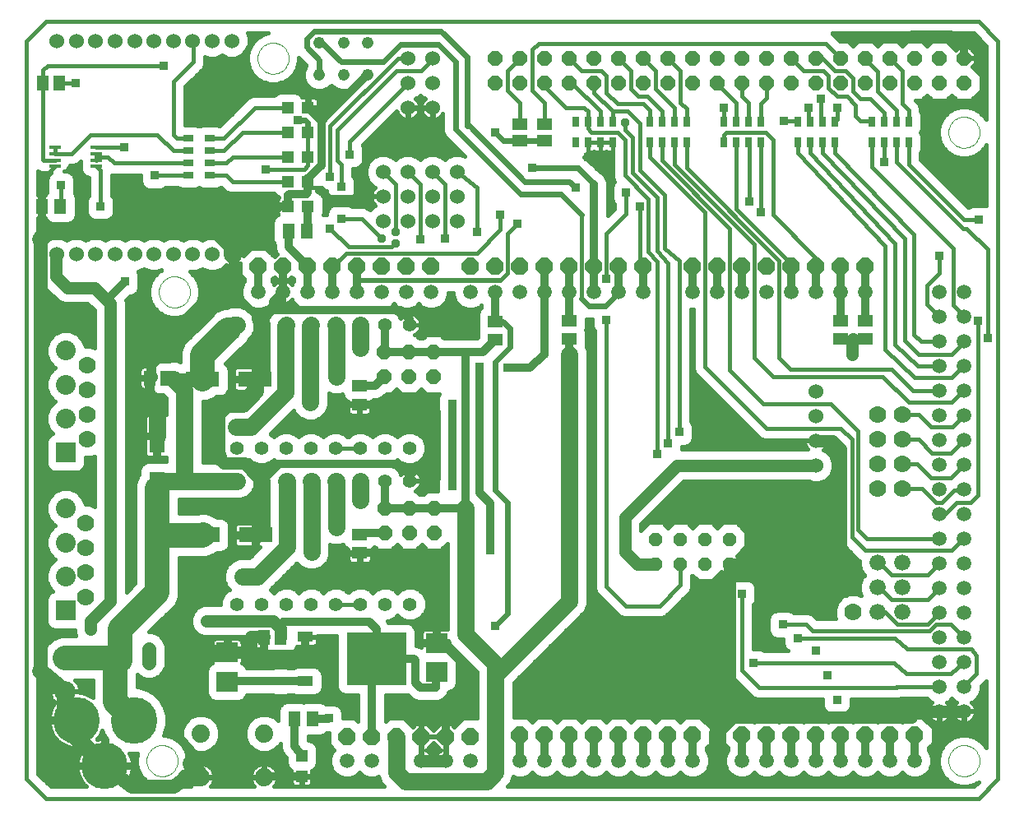
<source format=gtl>
G75*
G70*
%OFA0B0*%
%FSLAX24Y24*%
%IPPOS*%
%LPD*%
%AMOC8*
5,1,8,0,0,1.08239X$1,22.5*
%
%ADD10C,0.0160*%
%ADD11C,0.0000*%
%ADD12C,0.0600*%
%ADD13C,0.0594*%
%ADD14R,0.0472X0.0472*%
%ADD15R,0.0630X0.1378*%
%ADD16OC8,0.0600*%
%ADD17R,0.0591X0.0512*%
%ADD18C,0.0700*%
%ADD19OC8,0.0560*%
%ADD20C,0.0554*%
%ADD21R,0.0512X0.0591*%
%ADD22R,0.1378X0.0630*%
%ADD23R,0.0866X0.0787*%
%ADD24C,0.1890*%
%ADD25C,0.0560*%
%ADD26R,0.0472X0.0118*%
%ADD27R,0.0800X0.0800*%
%ADD28C,0.0800*%
%ADD29C,0.0860*%
%ADD30C,0.0740*%
%ADD31R,0.2441X0.2126*%
%ADD32R,0.0630X0.0394*%
%ADD33R,0.0295X0.0433*%
%ADD34R,0.0433X0.0295*%
%ADD35C,0.0476*%
%ADD36OC8,0.0700*%
%ADD37C,0.0660*%
%ADD38C,0.0500*%
%ADD39C,0.0700*%
%ADD40C,0.0400*%
%ADD41C,0.0320*%
%ADD42C,0.0660*%
%ADD43R,0.0356X0.0356*%
%ADD44C,0.0240*%
%ADD45C,0.1000*%
%ADD46OC8,0.0356*%
%ADD47C,0.0200*%
D10*
X002702Y003185D02*
X040498Y003185D01*
X041285Y003972D01*
X041285Y033894D01*
X040498Y034681D01*
X002702Y034681D01*
X001915Y033894D01*
X001915Y003972D01*
X002702Y003185D01*
X002901Y003665D02*
X002395Y004171D01*
X002395Y026710D01*
X002493Y026710D01*
X002493Y027137D01*
X002589Y027137D01*
X002589Y026710D01*
X002675Y026710D01*
X002694Y026663D01*
X002806Y026551D01*
X002953Y026490D01*
X003624Y026490D01*
X003771Y026551D01*
X003884Y026663D01*
X003945Y026810D01*
X003945Y027560D01*
X003884Y027707D01*
X003870Y027721D01*
X003893Y027777D01*
X003893Y028293D01*
X003832Y028440D01*
X003720Y028552D01*
X004156Y028552D01*
X004171Y028516D02*
X004284Y028403D01*
X004431Y028342D01*
X004435Y028342D01*
X004435Y027627D01*
X004398Y027590D01*
X004337Y027443D01*
X004337Y026927D01*
X004398Y026780D01*
X004510Y026668D01*
X004657Y026607D01*
X005173Y026607D01*
X005320Y026668D01*
X005432Y026780D01*
X005493Y026927D01*
X005493Y027443D01*
X005432Y027590D01*
X005395Y027627D01*
X005395Y028455D01*
X005560Y028455D01*
X006537Y028455D01*
X006537Y028177D01*
X006598Y028030D01*
X006710Y027918D01*
X006857Y027857D01*
X007373Y027857D01*
X007520Y027918D01*
X007557Y027955D01*
X008044Y027955D01*
X008051Y027948D01*
X008198Y027887D01*
X008790Y027887D01*
X008915Y027939D01*
X009040Y027887D01*
X009632Y027887D01*
X009779Y027948D01*
X009786Y027955D01*
X009816Y027955D01*
X009993Y027778D01*
X010169Y027705D01*
X010360Y027705D01*
X011943Y027705D01*
X012039Y027610D01*
X012152Y027563D01*
X012121Y027532D01*
X012098Y027491D01*
X012085Y027445D01*
X012085Y027223D01*
X012463Y027223D01*
X012463Y027147D01*
X012085Y027147D01*
X012085Y026925D01*
X012098Y026879D01*
X012118Y026844D01*
X012058Y026819D01*
X011946Y026707D01*
X011885Y026560D01*
X011885Y025810D01*
X011946Y025663D01*
X011981Y025628D01*
X011981Y025568D01*
X011978Y025465D01*
X011981Y025457D01*
X011981Y025447D01*
X012020Y025353D01*
X012056Y025257D01*
X012063Y025250D01*
X012066Y025242D01*
X012069Y025239D01*
X011971Y025140D01*
X011626Y025485D01*
X011004Y025485D01*
X010714Y025194D01*
X010714Y025232D01*
X010234Y025232D01*
X010234Y025232D01*
X010234Y024752D01*
X010272Y024752D01*
X010346Y024764D01*
X010418Y024787D01*
X010485Y024822D01*
X010547Y024866D01*
X010565Y024884D01*
X010565Y024424D01*
X010755Y024234D01*
X010755Y024142D01*
X010724Y024111D01*
X010618Y023855D01*
X010618Y023578D01*
X010724Y023322D01*
X010920Y023126D01*
X011176Y023020D01*
X011454Y023020D01*
X011710Y023126D01*
X011906Y023322D01*
X011944Y023415D01*
X011951Y023406D01*
X012004Y023353D01*
X012065Y023309D01*
X012132Y023274D01*
X012203Y023251D01*
X012277Y023240D01*
X012296Y023240D01*
X012296Y023698D01*
X012333Y023698D01*
X012333Y023240D01*
X012352Y023240D01*
X012427Y023251D01*
X012498Y023274D01*
X012565Y023309D01*
X012626Y023353D01*
X012679Y023406D01*
X012685Y023415D01*
X012724Y023322D01*
X012920Y023126D01*
X013099Y023051D01*
X013018Y023018D01*
X012990Y022990D01*
X012943Y022942D01*
X012867Y023018D01*
X012592Y023132D01*
X012293Y023132D01*
X012018Y023018D01*
X011779Y022779D01*
X011754Y022717D01*
X011740Y022730D01*
X011682Y022773D01*
X011618Y022805D01*
X011550Y022828D01*
X011479Y022839D01*
X011451Y022839D01*
X011451Y022391D01*
X011434Y022391D01*
X011434Y022839D01*
X011407Y022839D01*
X011335Y022828D01*
X011267Y022805D01*
X011203Y022773D01*
X011145Y022730D01*
X011120Y022706D01*
X011078Y022807D01*
X010867Y023018D01*
X010592Y023132D01*
X010163Y023132D01*
X010050Y023085D01*
X009917Y023085D01*
X009586Y022948D01*
X009333Y022695D01*
X008289Y021651D01*
X008152Y021320D01*
X008152Y020962D01*
X008152Y020876D01*
X008017Y020932D01*
X007719Y020932D01*
X007701Y020924D01*
X007259Y020924D01*
X007112Y020864D01*
X006999Y020751D01*
X006980Y020704D01*
X006973Y020704D01*
X006973Y020687D01*
X006938Y020604D01*
X006938Y020277D01*
X006877Y020277D01*
X006877Y020704D01*
X006645Y020704D01*
X006599Y020692D01*
X006558Y020668D01*
X006525Y020635D01*
X006501Y020594D01*
X006489Y020548D01*
X006489Y020277D01*
X006877Y020277D01*
X006877Y020181D01*
X006938Y020181D01*
X006938Y019854D01*
X006973Y019771D01*
X006973Y019754D01*
X006980Y019754D01*
X006999Y019707D01*
X007112Y019595D01*
X007259Y019534D01*
X007455Y019534D01*
X007565Y019424D01*
X007565Y018749D01*
X007544Y018755D01*
X007283Y018755D01*
X007283Y017963D01*
X007128Y017963D01*
X007128Y017808D01*
X006711Y017808D01*
X006711Y017173D01*
X006723Y017127D01*
X006747Y017086D01*
X006780Y017053D01*
X006821Y017029D01*
X006867Y017017D01*
X007128Y017017D01*
X007128Y017808D01*
X007283Y017808D01*
X007283Y017017D01*
X007544Y017017D01*
X007565Y017022D01*
X007565Y016849D01*
X006811Y016849D01*
X006664Y016788D01*
X006552Y016675D01*
X006491Y016528D01*
X006491Y016318D01*
X006443Y016269D01*
X006306Y015939D01*
X006306Y014014D01*
X006306Y013656D01*
X006306Y011899D01*
X005965Y011558D01*
X005965Y023106D01*
X005965Y023364D01*
X005956Y023384D01*
X006129Y023557D01*
X006173Y023557D01*
X006320Y023618D01*
X006432Y023730D01*
X006493Y023877D01*
X006493Y024393D01*
X006435Y024532D01*
X006436Y024532D01*
X006691Y024638D01*
X006945Y024532D01*
X007223Y024532D01*
X007382Y024598D01*
X007283Y024540D01*
X007091Y024349D01*
X006955Y024114D01*
X006885Y023852D01*
X006885Y023581D01*
X006955Y023319D01*
X007091Y023084D01*
X007283Y022892D01*
X007517Y022757D01*
X007779Y022686D01*
X008051Y022686D01*
X008312Y022757D01*
X008547Y022892D01*
X008739Y023084D01*
X008875Y023319D01*
X008945Y023581D01*
X008945Y023852D01*
X008875Y024114D01*
X008739Y024349D01*
X008556Y024532D01*
X008798Y024532D01*
X009053Y024638D01*
X009307Y024532D01*
X009586Y024532D01*
X009843Y024639D01*
X010011Y024807D01*
X010050Y024787D01*
X010121Y024764D01*
X010196Y024752D01*
X010234Y024752D01*
X010234Y025232D01*
X010234Y025232D01*
X010714Y025232D01*
X010714Y025270D01*
X010702Y025345D01*
X010679Y025416D01*
X010644Y025484D01*
X010600Y025545D01*
X010547Y025598D01*
X010485Y025643D01*
X010418Y025677D01*
X010346Y025700D01*
X010272Y025712D01*
X010234Y025712D01*
X010234Y025233D01*
X010234Y025233D01*
X010234Y025712D01*
X010196Y025712D01*
X010121Y025700D01*
X010050Y025677D01*
X010011Y025657D01*
X009843Y025826D01*
X009586Y025932D01*
X009307Y025932D01*
X009053Y025827D01*
X008798Y025932D01*
X008520Y025932D01*
X008265Y025827D01*
X008011Y025932D01*
X007732Y025932D01*
X007478Y025827D01*
X007223Y025932D01*
X006945Y025932D01*
X006691Y025827D01*
X006436Y025932D01*
X006158Y025932D01*
X005903Y025827D01*
X005649Y025932D01*
X005370Y025932D01*
X005116Y025827D01*
X004861Y025932D01*
X004583Y025932D01*
X004328Y025827D01*
X004074Y025932D01*
X003795Y025932D01*
X003541Y025827D01*
X003286Y025932D01*
X003008Y025932D01*
X002751Y025826D01*
X002554Y025629D01*
X002447Y025371D01*
X002447Y025093D01*
X002465Y025050D01*
X002465Y024206D01*
X002564Y023967D01*
X002747Y023784D01*
X003197Y023334D01*
X003436Y023235D01*
X003694Y023235D01*
X004396Y023235D01*
X004665Y022966D01*
X004665Y021438D01*
X004514Y021501D01*
X004312Y021501D01*
X004193Y021788D01*
X003968Y022013D01*
X003674Y022134D01*
X003356Y022134D01*
X003062Y022013D01*
X002837Y021788D01*
X002715Y021494D01*
X002715Y021175D01*
X002837Y020881D01*
X003062Y020656D01*
X003088Y020645D01*
X003062Y020635D01*
X002837Y020410D01*
X002715Y020116D01*
X002715Y019797D01*
X002837Y019503D01*
X003062Y019278D01*
X003088Y019268D01*
X003062Y019257D01*
X002837Y019032D01*
X002715Y018738D01*
X002715Y018419D01*
X002837Y018125D01*
X002983Y017979D01*
X002888Y017940D01*
X002776Y017827D01*
X002715Y017680D01*
X002715Y016721D01*
X002776Y016574D01*
X002888Y016462D01*
X003035Y016401D01*
X003995Y016401D01*
X004142Y016462D01*
X004254Y016574D01*
X004315Y016721D01*
X004315Y017001D01*
X004514Y017001D01*
X004665Y017063D01*
X004665Y015021D01*
X004464Y015104D01*
X004313Y015104D01*
X004193Y015394D01*
X003968Y015619D01*
X003674Y015741D01*
X003356Y015741D01*
X003062Y015619D01*
X002837Y015394D01*
X002715Y015100D01*
X002715Y014782D01*
X002837Y014488D01*
X003062Y014263D01*
X003088Y014252D01*
X003062Y014241D01*
X002837Y014016D01*
X002715Y013722D01*
X002715Y013404D01*
X002837Y013110D01*
X003062Y012885D01*
X003088Y012874D01*
X003062Y012863D01*
X002837Y012638D01*
X002715Y012344D01*
X002715Y012026D01*
X002837Y011732D01*
X002983Y011585D01*
X002888Y011546D01*
X002776Y011434D01*
X002715Y011286D01*
X002715Y010327D01*
X002776Y010180D01*
X002888Y010068D01*
X003035Y010007D01*
X003865Y010007D01*
X003865Y009906D01*
X003912Y009793D01*
X003305Y009793D01*
X002974Y009656D01*
X002721Y009403D01*
X002584Y009072D01*
X002584Y008714D01*
X002721Y008383D01*
X002974Y008130D01*
X003180Y008045D01*
X003165Y008037D01*
X003087Y007980D01*
X003019Y007913D01*
X002963Y007835D01*
X002919Y007749D01*
X002889Y007658D01*
X002874Y007563D01*
X002874Y007534D01*
X003466Y007534D01*
X003466Y007497D01*
X002874Y007497D01*
X002874Y007467D01*
X002889Y007372D01*
X002919Y007281D01*
X002963Y007195D01*
X003019Y007118D01*
X003070Y007067D01*
X003028Y007014D01*
X002960Y006907D01*
X002906Y006793D01*
X002864Y006674D01*
X002836Y006551D01*
X002823Y006442D01*
X003866Y006442D01*
X003866Y006282D01*
X002823Y006282D01*
X002836Y006173D01*
X002864Y006050D01*
X002906Y005931D01*
X002960Y005817D01*
X003028Y005710D01*
X003106Y005611D01*
X003196Y005522D01*
X003294Y005443D01*
X003401Y005376D01*
X003515Y005321D01*
X003635Y005279D01*
X003758Y005251D01*
X003866Y005239D01*
X003866Y006282D01*
X004026Y006282D01*
X004026Y005239D01*
X004135Y005251D01*
X004258Y005279D01*
X004269Y005283D01*
X004248Y005262D01*
X004169Y005164D01*
X004102Y005057D01*
X004047Y004943D01*
X004006Y004824D01*
X003977Y004700D01*
X003965Y004592D01*
X005008Y004592D01*
X005008Y005635D01*
X004899Y005622D01*
X004776Y005594D01*
X004766Y005591D01*
X004786Y005611D01*
X004865Y005710D01*
X004932Y005817D01*
X004987Y005931D01*
X004990Y005939D01*
X005016Y005843D01*
X005168Y005580D01*
X005168Y004592D01*
X005008Y004592D01*
X005008Y004432D01*
X003965Y004432D01*
X003977Y004323D01*
X004006Y004200D01*
X004047Y004080D01*
X004102Y003967D01*
X004169Y003860D01*
X004248Y003761D01*
X004337Y003672D01*
X004346Y003665D01*
X002901Y003665D01*
X002747Y003819D02*
X004202Y003819D01*
X004097Y003978D02*
X002588Y003978D01*
X002430Y004136D02*
X004028Y004136D01*
X003984Y004295D02*
X002395Y004295D01*
X002395Y004453D02*
X005008Y004453D01*
X005008Y004612D02*
X005168Y004612D01*
X005168Y004592D02*
X006211Y004592D01*
X006199Y004700D01*
X006171Y004824D01*
X006129Y004943D01*
X006093Y005017D01*
X006429Y005017D01*
X006385Y004852D01*
X006385Y004581D01*
X006455Y004319D01*
X006591Y004084D01*
X006783Y003892D01*
X007017Y003757D01*
X007279Y003686D01*
X007551Y003686D01*
X007812Y003757D01*
X008047Y003892D01*
X008239Y004084D01*
X008375Y004319D01*
X008445Y004581D01*
X008445Y004852D01*
X008375Y005114D01*
X008239Y005349D01*
X008047Y005540D01*
X007812Y005676D01*
X007551Y005746D01*
X007467Y005746D01*
X007522Y005843D01*
X007614Y006185D01*
X007614Y006539D01*
X007522Y006881D01*
X007345Y007188D01*
X007095Y007438D01*
X006788Y007615D01*
X006446Y007707D01*
X006415Y007707D01*
X006415Y008204D01*
X006501Y008118D01*
X006751Y008015D01*
X007021Y008015D01*
X007271Y008118D01*
X007463Y008309D01*
X007566Y008559D01*
X007566Y009390D01*
X007463Y009640D01*
X007271Y009831D01*
X007021Y009935D01*
X006887Y009935D01*
X007978Y011025D01*
X008115Y011356D01*
X008115Y011714D01*
X008106Y011736D01*
X008106Y012935D01*
X009222Y012935D01*
X009553Y013072D01*
X009632Y013151D01*
X009843Y013151D01*
X009990Y013212D01*
X010102Y013324D01*
X010163Y013471D01*
X010163Y014261D01*
X010102Y014408D01*
X009990Y014520D01*
X009843Y014581D01*
X009632Y014581D01*
X009584Y014629D01*
X009253Y014766D01*
X008895Y014766D01*
X008820Y014735D01*
X008106Y014735D01*
X008106Y015313D01*
X008216Y015313D01*
X010611Y015313D01*
X010887Y015427D01*
X011098Y015638D01*
X011140Y015739D01*
X011164Y015714D01*
X011223Y015672D01*
X011287Y015639D01*
X011355Y015617D01*
X011426Y015606D01*
X011454Y015606D01*
X011454Y016054D01*
X011471Y016054D01*
X011471Y015606D01*
X011498Y015606D01*
X011569Y015617D01*
X011638Y015639D01*
X011702Y015672D01*
X011715Y015681D01*
X011715Y014361D01*
X011278Y014361D01*
X011278Y013944D01*
X011123Y013944D01*
X011123Y014361D01*
X010488Y014361D01*
X010442Y014349D01*
X010401Y014325D01*
X010367Y014291D01*
X010344Y014250D01*
X010331Y014205D01*
X010331Y013943D01*
X011123Y013943D01*
X011123Y013788D01*
X011278Y013788D01*
X011278Y013371D01*
X011391Y013371D01*
X010954Y012935D01*
X010516Y012935D01*
X010240Y012821D01*
X010029Y012610D01*
X009915Y012334D01*
X009915Y012036D01*
X010029Y011760D01*
X010131Y011658D01*
X010079Y011637D01*
X009888Y011446D01*
X009785Y011198D01*
X009785Y011035D01*
X009086Y011035D01*
X008847Y010936D01*
X008815Y010904D01*
X008810Y010902D01*
X008698Y010790D01*
X008696Y010785D01*
X008664Y010753D01*
X008565Y010514D01*
X008565Y010256D01*
X008664Y010017D01*
X008696Y009985D01*
X008698Y009980D01*
X008810Y009868D01*
X008815Y009866D01*
X008847Y009834D01*
X009086Y009735D01*
X011496Y009735D01*
X011496Y009680D01*
X011109Y009680D01*
X011109Y009409D01*
X011121Y009363D01*
X011145Y009322D01*
X011178Y009288D01*
X011219Y009265D01*
X011265Y009253D01*
X011496Y009253D01*
X011496Y009680D01*
X011558Y009680D01*
X011558Y009353D01*
X011592Y009269D01*
X011592Y009253D01*
X011599Y009253D01*
X011619Y009206D01*
X011731Y009093D01*
X011878Y009033D01*
X012549Y009033D01*
X012696Y009093D01*
X012809Y009206D01*
X012870Y009353D01*
X012870Y009360D01*
X012886Y009356D01*
X013207Y009356D01*
X013207Y009714D01*
X013244Y009714D01*
X013244Y009751D01*
X013720Y009751D01*
X013720Y009775D01*
X014479Y009775D01*
X014479Y007692D01*
X014540Y007545D01*
X014652Y007433D01*
X014799Y007372D01*
X015355Y007372D01*
X015355Y006305D01*
X015226Y006435D01*
X014743Y006435D01*
X014743Y006693D01*
X014682Y006840D01*
X014570Y006952D01*
X014423Y007013D01*
X014042Y007013D01*
X014004Y007051D01*
X013857Y007112D01*
X013186Y007112D01*
X013148Y007096D01*
X013109Y007112D01*
X012438Y007112D01*
X012291Y007051D01*
X012179Y006938D01*
X012118Y006791D01*
X012118Y006341D01*
X011981Y006478D01*
X011698Y006595D01*
X011392Y006595D01*
X011109Y006478D01*
X010892Y006261D01*
X010775Y005978D01*
X010775Y005672D01*
X010892Y005389D01*
X011109Y005172D01*
X011392Y005055D01*
X011698Y005055D01*
X011981Y005172D01*
X012198Y005389D01*
X012214Y005427D01*
X012214Y005359D01*
X012204Y005288D01*
X012214Y005249D01*
X012214Y005208D01*
X012241Y005142D01*
X012259Y005072D01*
X012283Y005040D01*
X012299Y005002D01*
X012350Y004952D01*
X012438Y004834D01*
X012438Y004603D01*
X012499Y004456D01*
X012612Y004343D01*
X012658Y004324D01*
X012658Y004130D01*
X013036Y004130D01*
X013036Y004054D01*
X012658Y004054D01*
X012658Y003832D01*
X012670Y003786D01*
X012694Y003745D01*
X012728Y003712D01*
X012769Y003688D01*
X012814Y003676D01*
X013036Y003676D01*
X013036Y004054D01*
X013113Y004054D01*
X013113Y004130D01*
X013491Y004130D01*
X013491Y004324D01*
X013537Y004343D01*
X013650Y004456D01*
X013711Y004603D01*
X013711Y005235D01*
X013650Y005382D01*
X013537Y005494D01*
X013390Y005555D01*
X013334Y005555D01*
X013334Y005721D01*
X013857Y005721D01*
X014004Y005782D01*
X014079Y005856D01*
X014165Y005856D01*
X014165Y005374D01*
X014376Y005163D01*
X014324Y005111D01*
X014218Y004855D01*
X014218Y004578D01*
X014324Y004322D01*
X014520Y004126D01*
X014776Y004020D01*
X015054Y004020D01*
X015310Y004126D01*
X015415Y004231D01*
X015520Y004126D01*
X015776Y004020D01*
X016054Y004020D01*
X016172Y004069D01*
X016279Y003810D01*
X016424Y003665D01*
X011943Y003665D01*
X011964Y003687D01*
X012015Y003757D01*
X012055Y003834D01*
X012081Y003916D01*
X012095Y004002D01*
X012095Y004025D01*
X011565Y004025D01*
X011565Y004065D01*
X011525Y004065D01*
X011525Y004595D01*
X011502Y004595D01*
X011416Y004581D01*
X011334Y004555D01*
X011257Y004515D01*
X011187Y004464D01*
X011125Y004403D01*
X011075Y004333D01*
X011035Y004256D01*
X011009Y004174D01*
X010995Y004088D01*
X010995Y004065D01*
X011525Y004065D01*
X011525Y004025D01*
X010995Y004025D01*
X010995Y004002D01*
X011009Y003916D01*
X011035Y003834D01*
X011075Y003757D01*
X011125Y003687D01*
X011147Y003665D01*
X009383Y003665D01*
X009404Y003687D01*
X009455Y003757D01*
X009495Y003834D01*
X009521Y003916D01*
X009535Y004002D01*
X009535Y004025D01*
X009005Y004025D01*
X009005Y004065D01*
X008965Y004065D01*
X008965Y004595D01*
X008942Y004595D01*
X008856Y004581D01*
X008774Y004555D01*
X008697Y004515D01*
X008627Y004464D01*
X008565Y004403D01*
X008515Y004333D01*
X008475Y004256D01*
X008449Y004174D01*
X008435Y004088D01*
X008435Y004065D01*
X008965Y004065D01*
X008965Y004025D01*
X008435Y004025D01*
X008435Y004002D01*
X008449Y003916D01*
X008475Y003834D01*
X008515Y003757D01*
X008565Y003687D01*
X008587Y003665D01*
X005830Y003665D01*
X005839Y003672D01*
X005928Y003761D01*
X006007Y003860D01*
X006074Y003967D01*
X006129Y004080D01*
X006171Y004200D01*
X006199Y004323D01*
X006211Y004432D01*
X005168Y004432D01*
X005168Y004592D01*
X005168Y004453D02*
X006419Y004453D01*
X006385Y004612D02*
X006209Y004612D01*
X006183Y004770D02*
X006385Y004770D01*
X006406Y004929D02*
X006134Y004929D01*
X006192Y004295D02*
X006469Y004295D01*
X006561Y004136D02*
X006149Y004136D01*
X006079Y003978D02*
X006697Y003978D01*
X006909Y003819D02*
X005975Y003819D01*
X005168Y004770D02*
X005008Y004770D01*
X005008Y004929D02*
X005168Y004929D01*
X005168Y005087D02*
X005008Y005087D01*
X005008Y005246D02*
X005168Y005246D01*
X005168Y005404D02*
X005008Y005404D01*
X005008Y005563D02*
X005168Y005563D01*
X005086Y005722D02*
X004872Y005722D01*
X004963Y005880D02*
X005006Y005880D01*
X004026Y005880D02*
X003866Y005880D01*
X003866Y005722D02*
X004026Y005722D01*
X004026Y005563D02*
X003866Y005563D01*
X003866Y005404D02*
X004026Y005404D01*
X004026Y005246D02*
X003866Y005246D01*
X003805Y005246D02*
X002395Y005246D01*
X002395Y005404D02*
X003356Y005404D01*
X003155Y005563D02*
X002395Y005563D01*
X002395Y005722D02*
X003020Y005722D01*
X002930Y005880D02*
X002395Y005880D01*
X002395Y006039D02*
X002868Y006039D01*
X002833Y006197D02*
X002395Y006197D01*
X002395Y006356D02*
X003866Y006356D01*
X003866Y006197D02*
X004026Y006197D01*
X004026Y006039D02*
X003866Y006039D01*
X003013Y006990D02*
X002395Y006990D01*
X002395Y007148D02*
X002997Y007148D01*
X002910Y007307D02*
X002395Y007307D01*
X002395Y007466D02*
X002874Y007466D01*
X002884Y007624D02*
X002395Y007624D01*
X002395Y007783D02*
X002936Y007783D01*
X003048Y007941D02*
X002395Y007941D01*
X002395Y008100D02*
X003048Y008100D01*
X002846Y008258D02*
X002395Y008258D01*
X002395Y008417D02*
X002707Y008417D01*
X002642Y008575D02*
X002395Y008575D01*
X002395Y008734D02*
X002584Y008734D01*
X002584Y008892D02*
X002395Y008892D01*
X002395Y009051D02*
X002584Y009051D01*
X002641Y009210D02*
X002395Y009210D01*
X002395Y009368D02*
X002707Y009368D01*
X002845Y009527D02*
X002395Y009527D01*
X002395Y009685D02*
X003045Y009685D01*
X002795Y010161D02*
X002395Y010161D01*
X002395Y010319D02*
X002718Y010319D01*
X002715Y010478D02*
X002395Y010478D01*
X002395Y010636D02*
X002715Y010636D01*
X002715Y010795D02*
X002395Y010795D01*
X002395Y010954D02*
X002715Y010954D01*
X002715Y011112D02*
X002395Y011112D01*
X002395Y011271D02*
X002715Y011271D01*
X002774Y011429D02*
X002395Y011429D01*
X002395Y011588D02*
X002981Y011588D01*
X002831Y011746D02*
X002395Y011746D01*
X002395Y011905D02*
X002765Y011905D01*
X002715Y012063D02*
X002395Y012063D01*
X002395Y012222D02*
X002715Y012222D01*
X002730Y012380D02*
X002395Y012380D01*
X002395Y012539D02*
X002796Y012539D01*
X002896Y012697D02*
X002395Y012697D01*
X002395Y012856D02*
X003055Y012856D01*
X002932Y013015D02*
X002395Y013015D01*
X002395Y013173D02*
X002810Y013173D01*
X002745Y013332D02*
X002395Y013332D01*
X002395Y013490D02*
X002715Y013490D01*
X002715Y013649D02*
X002395Y013649D01*
X002395Y013807D02*
X002750Y013807D01*
X002816Y013966D02*
X002395Y013966D01*
X002395Y014124D02*
X002945Y014124D01*
X003041Y014283D02*
X002395Y014283D01*
X002395Y014441D02*
X002883Y014441D01*
X002790Y014600D02*
X002395Y014600D01*
X002395Y014759D02*
X002724Y014759D01*
X002715Y014917D02*
X002395Y014917D01*
X002395Y015076D02*
X002715Y015076D01*
X002771Y015234D02*
X002395Y015234D01*
X002395Y015393D02*
X002836Y015393D01*
X002994Y015551D02*
X002395Y015551D01*
X002395Y015710D02*
X003281Y015710D01*
X003749Y015710D02*
X004665Y015710D01*
X004665Y015868D02*
X002395Y015868D01*
X002395Y016027D02*
X004665Y016027D01*
X004665Y016185D02*
X002395Y016185D01*
X002395Y016344D02*
X004665Y016344D01*
X004665Y016503D02*
X004183Y016503D01*
X004290Y016661D02*
X004665Y016661D01*
X004665Y016820D02*
X004315Y016820D01*
X004315Y016978D02*
X004665Y016978D01*
X005965Y016978D02*
X007565Y016978D01*
X007283Y017137D02*
X007128Y017137D01*
X007128Y017295D02*
X007283Y017295D01*
X007283Y017454D02*
X007128Y017454D01*
X007128Y017612D02*
X007283Y017612D01*
X007283Y017771D02*
X007128Y017771D01*
X007128Y017929D02*
X005965Y017929D01*
X005965Y017771D02*
X006711Y017771D01*
X006711Y017612D02*
X005965Y017612D01*
X005965Y017454D02*
X006711Y017454D01*
X006711Y017295D02*
X005965Y017295D01*
X005965Y017137D02*
X006721Y017137D01*
X006741Y016820D02*
X005965Y016820D01*
X005965Y016661D02*
X006546Y016661D01*
X006491Y016503D02*
X005965Y016503D01*
X005965Y016344D02*
X006491Y016344D01*
X006408Y016185D02*
X005965Y016185D01*
X005965Y016027D02*
X006342Y016027D01*
X006306Y015868D02*
X005965Y015868D01*
X005965Y015710D02*
X006306Y015710D01*
X006306Y015551D02*
X005965Y015551D01*
X005965Y015393D02*
X006306Y015393D01*
X006306Y015234D02*
X005965Y015234D01*
X005965Y015076D02*
X006306Y015076D01*
X006306Y014917D02*
X005965Y014917D01*
X005965Y014759D02*
X006306Y014759D01*
X006306Y014600D02*
X005965Y014600D01*
X005965Y014441D02*
X006306Y014441D01*
X006306Y014283D02*
X005965Y014283D01*
X005965Y014124D02*
X006306Y014124D01*
X006306Y013966D02*
X005965Y013966D01*
X005965Y013807D02*
X006306Y013807D01*
X006306Y013649D02*
X005965Y013649D01*
X005965Y013490D02*
X006306Y013490D01*
X006306Y013332D02*
X005965Y013332D01*
X005965Y013173D02*
X006306Y013173D01*
X006306Y013015D02*
X005965Y013015D01*
X005965Y012856D02*
X006306Y012856D01*
X006306Y012697D02*
X005965Y012697D01*
X005965Y012539D02*
X006306Y012539D01*
X006306Y012380D02*
X005965Y012380D01*
X005965Y012222D02*
X006306Y012222D01*
X006306Y012063D02*
X005965Y012063D01*
X005965Y011905D02*
X006306Y011905D01*
X006154Y011746D02*
X005965Y011746D01*
X005965Y011588D02*
X005995Y011588D01*
X007272Y010319D02*
X008565Y010319D01*
X008565Y010478D02*
X007431Y010478D01*
X007589Y010636D02*
X008616Y010636D01*
X008703Y010795D02*
X007748Y010795D01*
X007906Y010954D02*
X008889Y010954D01*
X008604Y010161D02*
X007114Y010161D01*
X006955Y010002D02*
X008678Y010002D01*
X008837Y009844D02*
X007241Y009844D01*
X007417Y009685D02*
X011496Y009685D01*
X011537Y009735D02*
X011544Y009728D01*
X011558Y009527D02*
X011496Y009527D01*
X011496Y009368D02*
X011558Y009368D01*
X011617Y009210D02*
X010665Y009210D01*
X010665Y009182D02*
X010665Y009519D01*
X010653Y009565D01*
X010629Y009606D01*
X010596Y009640D01*
X010554Y009663D01*
X010509Y009675D01*
X010132Y009675D01*
X010132Y009182D01*
X009972Y009182D01*
X009972Y009675D01*
X009595Y009675D01*
X009549Y009663D01*
X009508Y009640D01*
X009475Y009606D01*
X009451Y009565D01*
X009439Y009519D01*
X009439Y009182D01*
X009972Y009182D01*
X009972Y009022D01*
X009439Y009022D01*
X009439Y008684D01*
X009442Y008674D01*
X009392Y008653D01*
X009280Y008541D01*
X009219Y008394D01*
X009219Y007447D01*
X009280Y007300D01*
X009392Y007188D01*
X009539Y007127D01*
X010565Y007127D01*
X010712Y007188D01*
X010824Y007300D01*
X010855Y007375D01*
X011914Y007375D01*
X011957Y007357D01*
X012473Y007357D01*
X012516Y007375D01*
X012747Y007375D01*
X012831Y007340D01*
X013620Y007340D01*
X013767Y007401D01*
X013879Y007514D01*
X013940Y007661D01*
X013940Y008214D01*
X013879Y008361D01*
X013767Y008473D01*
X013620Y008534D01*
X012831Y008534D01*
X012736Y008495D01*
X012516Y008495D01*
X012473Y008513D01*
X011957Y008513D01*
X011914Y008495D01*
X010843Y008495D01*
X010824Y008541D01*
X010712Y008653D01*
X010662Y008674D01*
X010665Y008684D01*
X010665Y009022D01*
X010132Y009022D01*
X010132Y009182D01*
X010665Y009182D01*
X010665Y009368D02*
X011119Y009368D01*
X011109Y009527D02*
X010663Y009527D01*
X010132Y009527D02*
X009972Y009527D01*
X009972Y009368D02*
X010132Y009368D01*
X010132Y009210D02*
X009972Y009210D01*
X009972Y009051D02*
X007566Y009051D01*
X007566Y008892D02*
X009439Y008892D01*
X009439Y008734D02*
X007566Y008734D01*
X007566Y008575D02*
X009314Y008575D01*
X009228Y008417D02*
X007507Y008417D01*
X007411Y008258D02*
X009219Y008258D01*
X009219Y008100D02*
X007227Y008100D01*
X007048Y007466D02*
X009219Y007466D01*
X009219Y007624D02*
X006755Y007624D01*
X006415Y007783D02*
X009219Y007783D01*
X009219Y007941D02*
X006415Y007941D01*
X006415Y008100D02*
X006546Y008100D01*
X007226Y007307D02*
X009277Y007307D01*
X009487Y007148D02*
X007368Y007148D01*
X007460Y006990D02*
X012230Y006990D01*
X012134Y006831D02*
X007536Y006831D01*
X007578Y006673D02*
X012118Y006673D01*
X012118Y006514D02*
X011893Y006514D01*
X012103Y006356D02*
X012118Y006356D01*
X011197Y006514D02*
X009333Y006514D01*
X009421Y006478D02*
X009138Y006595D01*
X008832Y006595D01*
X008549Y006478D01*
X008332Y006261D01*
X008215Y005978D01*
X008215Y005672D01*
X008332Y005389D01*
X008549Y005172D01*
X008832Y005055D01*
X009138Y005055D01*
X009421Y005172D01*
X009638Y005389D01*
X009755Y005672D01*
X009755Y005978D01*
X009638Y006261D01*
X009421Y006478D01*
X009543Y006356D02*
X010987Y006356D01*
X010866Y006197D02*
X009664Y006197D01*
X009730Y006039D02*
X010800Y006039D01*
X010775Y005880D02*
X009755Y005880D01*
X009755Y005722D02*
X010775Y005722D01*
X010820Y005563D02*
X009710Y005563D01*
X009644Y005404D02*
X010886Y005404D01*
X011035Y005246D02*
X009495Y005246D01*
X009217Y005087D02*
X011313Y005087D01*
X011777Y005087D02*
X012255Y005087D01*
X012214Y005246D02*
X012055Y005246D01*
X012204Y005404D02*
X012214Y005404D01*
X012367Y004929D02*
X008424Y004929D01*
X008445Y004770D02*
X012438Y004770D01*
X012438Y004612D02*
X008445Y004612D01*
X008411Y004453D02*
X008616Y004453D01*
X008495Y004295D02*
X008361Y004295D01*
X008443Y004136D02*
X008269Y004136D01*
X008133Y003978D02*
X008439Y003978D01*
X008483Y003819D02*
X007921Y003819D01*
X008965Y004136D02*
X009005Y004136D01*
X009005Y004065D02*
X009005Y004595D01*
X009028Y004595D01*
X009114Y004581D01*
X009196Y004555D01*
X009273Y004515D01*
X009343Y004464D01*
X009404Y004403D01*
X009455Y004333D01*
X009495Y004256D01*
X009521Y004174D01*
X009535Y004088D01*
X009535Y004065D01*
X009005Y004065D01*
X009005Y004295D02*
X008965Y004295D01*
X008965Y004453D02*
X009005Y004453D01*
X009354Y004453D02*
X011176Y004453D01*
X011055Y004295D02*
X009475Y004295D01*
X009527Y004136D02*
X011003Y004136D01*
X010999Y003978D02*
X009531Y003978D01*
X009487Y003819D02*
X011043Y003819D01*
X011525Y004136D02*
X011565Y004136D01*
X011565Y004065D02*
X011565Y004595D01*
X011588Y004595D01*
X011674Y004581D01*
X011756Y004555D01*
X011833Y004515D01*
X011903Y004464D01*
X011964Y004403D01*
X012015Y004333D01*
X012055Y004256D01*
X012081Y004174D01*
X012095Y004088D01*
X012095Y004065D01*
X011565Y004065D01*
X011565Y004295D02*
X011525Y004295D01*
X011525Y004453D02*
X011565Y004453D01*
X011914Y004453D02*
X012502Y004453D01*
X012658Y004295D02*
X012035Y004295D01*
X012087Y004136D02*
X012658Y004136D01*
X012658Y003978D02*
X012091Y003978D01*
X012047Y003819D02*
X012662Y003819D01*
X013036Y003819D02*
X013113Y003819D01*
X013113Y003676D02*
X013334Y003676D01*
X013380Y003688D01*
X013421Y003712D01*
X013455Y003745D01*
X013478Y003786D01*
X013491Y003832D01*
X013491Y004054D01*
X013113Y004054D01*
X013113Y003676D01*
X013113Y003978D02*
X013036Y003978D01*
X013491Y003978D02*
X016210Y003978D01*
X016275Y003819D02*
X013487Y003819D01*
X013491Y004136D02*
X014510Y004136D01*
X014351Y004295D02*
X013491Y004295D01*
X013647Y004453D02*
X014270Y004453D01*
X014218Y004612D02*
X013711Y004612D01*
X013711Y004770D02*
X014218Y004770D01*
X014249Y004929D02*
X013711Y004929D01*
X013711Y005087D02*
X014314Y005087D01*
X014293Y005246D02*
X013706Y005246D01*
X013627Y005404D02*
X014165Y005404D01*
X014165Y005563D02*
X013334Y005563D01*
X013858Y005722D02*
X014165Y005722D01*
X014743Y006514D02*
X015355Y006514D01*
X015355Y006356D02*
X015305Y006356D01*
X015355Y006673D02*
X014743Y006673D01*
X014686Y006831D02*
X015355Y006831D01*
X015355Y006990D02*
X014478Y006990D01*
X014619Y007466D02*
X013831Y007466D01*
X013925Y007624D02*
X014507Y007624D01*
X014479Y007783D02*
X013940Y007783D01*
X013940Y007941D02*
X014479Y007941D01*
X014479Y008100D02*
X013940Y008100D01*
X013922Y008258D02*
X014479Y008258D01*
X014479Y008417D02*
X013823Y008417D01*
X014479Y008575D02*
X010790Y008575D01*
X010665Y008734D02*
X014479Y008734D01*
X014479Y008892D02*
X010665Y008892D01*
X010132Y009051D02*
X011834Y009051D01*
X012594Y009051D02*
X014479Y009051D01*
X014479Y009210D02*
X012810Y009210D01*
X013207Y009368D02*
X013244Y009368D01*
X013244Y009356D02*
X013564Y009356D01*
X013610Y009368D01*
X014479Y009368D01*
X014479Y009527D02*
X013720Y009527D01*
X013720Y009512D02*
X013720Y009714D01*
X013244Y009714D01*
X013244Y009356D01*
X013244Y009527D02*
X013207Y009527D01*
X013207Y009685D02*
X013244Y009685D01*
X013720Y009685D02*
X014479Y009685D01*
X013720Y009512D02*
X013708Y009466D01*
X013684Y009425D01*
X013651Y009392D01*
X013610Y009368D01*
X014462Y011063D02*
X015462Y011063D01*
X014985Y011543D02*
X014940Y011543D01*
X014846Y011637D01*
X014597Y011740D01*
X014327Y011740D01*
X014079Y011637D01*
X013962Y011520D01*
X013846Y011637D01*
X013597Y011740D01*
X013327Y011740D01*
X013079Y011637D01*
X012962Y011520D01*
X012846Y011637D01*
X012597Y011740D01*
X012327Y011740D01*
X012079Y011637D01*
X011962Y011520D01*
X011846Y011637D01*
X011798Y011657D01*
X012865Y012724D01*
X013040Y012549D01*
X013316Y012435D01*
X013614Y012435D01*
X013890Y012549D01*
X014101Y012760D01*
X014215Y013036D01*
X014215Y013477D01*
X014316Y013435D01*
X014614Y013435D01*
X014756Y013494D01*
X014794Y013403D01*
X014906Y013291D01*
X014953Y013271D01*
X014953Y013186D01*
X015380Y013186D01*
X015380Y013090D01*
X014953Y013090D01*
X014953Y012858D01*
X014965Y012812D01*
X014989Y012771D01*
X015023Y012738D01*
X015064Y012714D01*
X015109Y012702D01*
X015380Y012702D01*
X015380Y013089D01*
X015476Y013089D01*
X015476Y012702D01*
X015747Y012702D01*
X015793Y012714D01*
X015834Y012738D01*
X015868Y012771D01*
X015891Y012812D01*
X015904Y012858D01*
X015904Y013090D01*
X015477Y013090D01*
X015477Y013186D01*
X015904Y013186D01*
X015904Y013271D01*
X015950Y013291D01*
X016028Y013369D01*
X016141Y013257D01*
X016721Y013257D01*
X016931Y013467D01*
X017141Y013257D01*
X017721Y013257D01*
X017931Y013467D01*
X018141Y013257D01*
X018721Y013257D01*
X018965Y013501D01*
X018965Y011786D01*
X018965Y010062D01*
X018620Y010062D01*
X018620Y009569D01*
X018460Y009569D01*
X018460Y010062D01*
X018083Y010062D01*
X018037Y010050D01*
X017996Y010026D01*
X017963Y009993D01*
X017939Y009952D01*
X017927Y009906D01*
X017927Y009568D01*
X018460Y009568D01*
X018460Y009408D01*
X017927Y009408D01*
X017927Y009312D01*
X017726Y009395D01*
X017720Y009395D01*
X017720Y009977D01*
X017659Y010124D01*
X017546Y010237D01*
X017399Y010298D01*
X016603Y010298D01*
X016574Y010368D01*
X016556Y010386D01*
X016597Y010386D01*
X016846Y010489D01*
X016962Y010605D01*
X017079Y010489D01*
X017327Y010386D01*
X017597Y010386D01*
X017846Y010489D01*
X018036Y010679D01*
X018139Y010928D01*
X018139Y011198D01*
X018036Y011446D01*
X017846Y011637D01*
X017597Y011740D01*
X017327Y011740D01*
X017079Y011637D01*
X016962Y011520D01*
X016846Y011637D01*
X016597Y011740D01*
X016327Y011740D01*
X016079Y011637D01*
X015962Y011520D01*
X015846Y011637D01*
X015597Y011740D01*
X015327Y011740D01*
X015079Y011637D01*
X014985Y011543D01*
X015029Y011588D02*
X014895Y011588D01*
X014029Y011588D02*
X013895Y011588D01*
X013029Y011588D02*
X012895Y011588D01*
X012363Y012222D02*
X018965Y012222D01*
X018965Y012380D02*
X012521Y012380D01*
X012680Y012539D02*
X013065Y012539D01*
X012892Y012697D02*
X012838Y012697D01*
X012204Y012063D02*
X018965Y012063D01*
X018965Y011905D02*
X012045Y011905D01*
X011887Y011746D02*
X018965Y011746D01*
X018965Y011588D02*
X017895Y011588D01*
X018043Y011429D02*
X018965Y011429D01*
X018965Y011271D02*
X018109Y011271D01*
X018139Y011112D02*
X018965Y011112D01*
X018965Y010954D02*
X018139Y010954D01*
X018084Y010795D02*
X018965Y010795D01*
X018965Y010636D02*
X017993Y010636D01*
X017819Y010478D02*
X018965Y010478D01*
X018965Y010319D02*
X016594Y010319D01*
X016819Y010478D02*
X017105Y010478D01*
X017622Y010161D02*
X018965Y010161D01*
X018620Y010002D02*
X018460Y010002D01*
X018460Y009844D02*
X018620Y009844D01*
X018620Y009685D02*
X018460Y009685D01*
X018460Y009527D02*
X017720Y009527D01*
X017720Y009685D02*
X017927Y009685D01*
X017927Y009844D02*
X017720Y009844D01*
X017709Y010002D02*
X017972Y010002D01*
X017927Y009368D02*
X017791Y009368D01*
X018620Y009408D02*
X019081Y009408D01*
X019079Y009410D01*
X019014Y009568D01*
X018620Y009568D01*
X018620Y009408D01*
X018620Y009527D02*
X019031Y009527D01*
X019153Y009336D02*
X019290Y009199D01*
X020165Y008324D01*
X020165Y008036D01*
X020165Y007036D01*
X020165Y006435D01*
X019604Y006435D01*
X019259Y006090D01*
X019134Y006215D01*
X018935Y006215D01*
X018935Y005705D01*
X018895Y005705D01*
X018895Y006215D01*
X018695Y006215D01*
X018415Y005934D01*
X018134Y006215D01*
X017935Y006215D01*
X017935Y005705D01*
X017895Y005705D01*
X017895Y006215D01*
X017695Y006215D01*
X017571Y006090D01*
X017226Y006435D01*
X016604Y006435D01*
X016475Y006305D01*
X016475Y007372D01*
X017386Y007372D01*
X017390Y007368D01*
X017390Y007368D01*
X017548Y007210D01*
X017754Y007125D01*
X018500Y007125D01*
X018599Y007121D01*
X018611Y007125D01*
X018624Y007125D01*
X018715Y007163D01*
X018808Y007197D01*
X018817Y007205D01*
X018829Y007210D01*
X018900Y007280D01*
X018972Y007347D01*
X018978Y007359D01*
X018987Y007368D01*
X019025Y007459D01*
X019050Y007514D01*
X019052Y007514D01*
X019199Y007575D01*
X019312Y007687D01*
X019373Y007834D01*
X019373Y008781D01*
X019312Y008928D01*
X019199Y009040D01*
X019150Y009061D01*
X019153Y009071D01*
X019153Y009336D01*
X019153Y009210D02*
X019280Y009210D01*
X019173Y009051D02*
X019438Y009051D01*
X019326Y008892D02*
X019597Y008892D01*
X019755Y008734D02*
X019373Y008734D01*
X019373Y008575D02*
X019914Y008575D01*
X020072Y008417D02*
X019373Y008417D01*
X019373Y008258D02*
X020165Y008258D01*
X020165Y008100D02*
X019373Y008100D01*
X019373Y007941D02*
X020165Y007941D01*
X020165Y007783D02*
X019351Y007783D01*
X019249Y007624D02*
X020165Y007624D01*
X020165Y007466D02*
X019028Y007466D01*
X018929Y007307D02*
X020165Y007307D01*
X020165Y007148D02*
X018680Y007148D01*
X017697Y007148D02*
X016475Y007148D01*
X016475Y006990D02*
X020165Y006990D01*
X020165Y006831D02*
X016475Y006831D01*
X016475Y006673D02*
X020165Y006673D01*
X020165Y006514D02*
X016475Y006514D01*
X016475Y006356D02*
X016525Y006356D01*
X017305Y006356D02*
X019525Y006356D01*
X019367Y006197D02*
X019152Y006197D01*
X018935Y006197D02*
X018895Y006197D01*
X018895Y006039D02*
X018935Y006039D01*
X018935Y005880D02*
X018895Y005880D01*
X018895Y005722D02*
X018935Y005722D01*
X018895Y005705D02*
X018895Y005665D01*
X018385Y005665D01*
X017935Y005665D01*
X017935Y005705D01*
X018385Y005705D01*
X018895Y005705D01*
X018895Y005665D02*
X018935Y005665D01*
X018935Y005193D01*
X018933Y005193D01*
X018933Y004735D01*
X018896Y004735D01*
X018896Y004698D01*
X018438Y004698D01*
X018438Y004679D01*
X018445Y004635D01*
X018385Y004635D01*
X018392Y004679D01*
X018392Y004698D01*
X017934Y004698D01*
X017934Y004735D01*
X018392Y004735D01*
X018392Y004754D01*
X018380Y004828D01*
X018357Y004899D01*
X018323Y004966D01*
X018279Y005027D01*
X018226Y005080D01*
X018165Y005124D01*
X018105Y005155D01*
X018134Y005155D01*
X018415Y005435D01*
X018695Y005155D01*
X018725Y005155D01*
X018665Y005124D01*
X018604Y005080D01*
X018551Y005027D01*
X018507Y004966D01*
X018473Y004899D01*
X018450Y004828D01*
X018438Y004754D01*
X018438Y004735D01*
X018896Y004735D01*
X018896Y005193D01*
X018895Y005193D01*
X018895Y005665D01*
X018895Y005563D02*
X018935Y005563D01*
X018935Y005404D02*
X018895Y005404D01*
X018895Y005246D02*
X018935Y005246D01*
X018933Y005087D02*
X018896Y005087D01*
X018896Y004929D02*
X018933Y004929D01*
X018933Y004770D02*
X018896Y004770D01*
X018614Y005087D02*
X018216Y005087D01*
X018225Y005246D02*
X018604Y005246D01*
X018446Y005404D02*
X018384Y005404D01*
X017935Y005404D02*
X017895Y005404D01*
X017895Y005246D02*
X017935Y005246D01*
X017935Y005193D02*
X017935Y005665D01*
X017895Y005665D01*
X017895Y005193D01*
X017896Y005193D01*
X017896Y004735D01*
X017933Y004735D01*
X017933Y005193D01*
X017935Y005193D01*
X017933Y005087D02*
X017896Y005087D01*
X017896Y004929D02*
X017933Y004929D01*
X017933Y004770D02*
X017896Y004770D01*
X018342Y004929D02*
X018488Y004929D01*
X018441Y004770D02*
X018389Y004770D01*
X017935Y005563D02*
X017895Y005563D01*
X017895Y005722D02*
X017935Y005722D01*
X017935Y005880D02*
X017895Y005880D01*
X017895Y006039D02*
X017935Y006039D01*
X017935Y006197D02*
X017895Y006197D01*
X017678Y006197D02*
X017463Y006197D01*
X018152Y006197D02*
X018678Y006197D01*
X018519Y006039D02*
X018311Y006039D01*
X017451Y007307D02*
X016475Y007307D01*
X015355Y007307D02*
X010827Y007307D01*
X010616Y007148D02*
X015355Y007148D01*
X015320Y004136D02*
X015510Y004136D01*
X021406Y003665D02*
X021551Y003810D01*
X021658Y004069D01*
X021776Y004020D01*
X022054Y004020D01*
X022310Y004126D01*
X022415Y004231D01*
X022520Y004126D01*
X022776Y004020D01*
X023054Y004020D01*
X023310Y004126D01*
X023415Y004231D01*
X023520Y004126D01*
X023776Y004020D01*
X024054Y004020D01*
X024310Y004126D01*
X024415Y004231D01*
X024520Y004126D01*
X024776Y004020D01*
X025054Y004020D01*
X025310Y004126D01*
X025415Y004231D01*
X025520Y004126D01*
X025776Y004020D01*
X026054Y004020D01*
X026310Y004126D01*
X026415Y004231D01*
X026520Y004126D01*
X026776Y004020D01*
X027054Y004020D01*
X027310Y004126D01*
X027415Y004231D01*
X027520Y004126D01*
X027776Y004020D01*
X028054Y004020D01*
X028310Y004126D01*
X028415Y004231D01*
X028520Y004126D01*
X028776Y004020D01*
X029054Y004020D01*
X029310Y004126D01*
X029506Y004322D01*
X029612Y004578D01*
X029612Y004855D01*
X029506Y005111D01*
X029475Y005142D01*
X029475Y005234D01*
X029665Y005424D01*
X029665Y006046D01*
X029226Y006485D01*
X028604Y006485D01*
X028415Y006295D01*
X028226Y006485D01*
X027604Y006485D01*
X027415Y006295D01*
X027226Y006485D01*
X026604Y006485D01*
X026415Y006295D01*
X026226Y006485D01*
X025604Y006485D01*
X025415Y006295D01*
X025226Y006485D01*
X024604Y006485D01*
X024415Y006295D01*
X024226Y006485D01*
X023604Y006485D01*
X023415Y006295D01*
X023226Y006485D01*
X022604Y006485D01*
X022415Y006295D01*
X022226Y006485D01*
X021665Y006485D01*
X021665Y007036D01*
X021665Y007874D01*
X024551Y010760D01*
X024665Y011036D01*
X024665Y011334D01*
X024665Y021334D01*
X024608Y021471D01*
X024610Y021475D01*
X024610Y022146D01*
X024594Y022185D01*
X024610Y022223D01*
X024610Y022615D01*
X024611Y022615D01*
X024818Y022615D01*
X024837Y022615D01*
X024837Y022327D01*
X024898Y022180D01*
X024935Y022143D01*
X024935Y011880D01*
X024935Y011689D01*
X025008Y011513D01*
X025808Y010713D01*
X025943Y010578D01*
X026119Y010505D01*
X027469Y010505D01*
X027660Y010505D01*
X027837Y010578D01*
X028687Y011428D01*
X028822Y011563D01*
X028895Y011739D01*
X028895Y012203D01*
X028915Y012223D01*
X029133Y012005D01*
X029697Y012005D01*
X030070Y012379D01*
X030224Y012225D01*
X030406Y012225D01*
X030406Y012676D01*
X030424Y012676D01*
X030424Y012693D01*
X030875Y012693D01*
X030875Y012875D01*
X030721Y013029D01*
X031095Y013403D01*
X031095Y013966D01*
X034885Y013966D01*
X034885Y014124D02*
X030937Y014124D01*
X031095Y013966D02*
X030697Y014365D01*
X030133Y014365D01*
X029915Y014146D01*
X029697Y014365D01*
X029133Y014365D01*
X028915Y014146D01*
X028697Y014365D01*
X028133Y014365D01*
X027915Y014146D01*
X027697Y014365D01*
X027133Y014365D01*
X026815Y014046D01*
X026815Y014316D01*
X028534Y016035D01*
X033655Y016035D01*
X033776Y015985D01*
X034054Y015985D01*
X034311Y016091D01*
X034508Y016288D01*
X034615Y016546D01*
X034615Y016824D01*
X034508Y017081D01*
X034311Y017278D01*
X034223Y017315D01*
X034228Y017319D01*
X034281Y017372D01*
X034325Y017433D01*
X034360Y017501D01*
X034383Y017572D01*
X034395Y017647D01*
X034395Y017665D01*
X033935Y017665D01*
X033935Y017705D01*
X034716Y017705D01*
X034885Y017536D01*
X034885Y013689D01*
X034958Y013513D01*
X035093Y013378D01*
X035643Y012828D01*
X035685Y012811D01*
X035685Y012590D01*
X035796Y012321D01*
X035883Y012235D01*
X035796Y012148D01*
X035685Y011880D01*
X035685Y011590D01*
X035762Y011403D01*
X035564Y011485D01*
X035266Y011485D01*
X034990Y011371D01*
X034779Y011160D01*
X034665Y010884D01*
X034665Y010586D01*
X034715Y010465D01*
X033964Y010465D01*
X033922Y010507D01*
X033787Y010642D01*
X033610Y010715D01*
X033007Y010715D01*
X032970Y010752D01*
X032823Y010813D01*
X032307Y010813D01*
X032160Y010752D01*
X032048Y010640D01*
X031987Y010493D01*
X031987Y009977D01*
X032048Y009830D01*
X032160Y009718D01*
X032307Y009657D01*
X032587Y009657D01*
X032587Y009427D01*
X032648Y009280D01*
X032760Y009168D01*
X032767Y009165D01*
X031807Y009165D01*
X031770Y009202D01*
X031623Y009263D01*
X031395Y009263D01*
X031395Y011043D01*
X031432Y011080D01*
X031493Y011227D01*
X031493Y011743D01*
X031432Y011890D01*
X031320Y012002D01*
X031173Y012063D01*
X030657Y012063D01*
X030510Y012002D01*
X030398Y011890D01*
X030337Y011743D01*
X030337Y011227D01*
X030398Y011080D01*
X030435Y011043D01*
X030435Y008289D01*
X030508Y008113D01*
X030643Y007978D01*
X031343Y007278D01*
X031519Y007205D01*
X031710Y007205D01*
X034187Y007205D01*
X034187Y006927D01*
X034248Y006780D01*
X034360Y006668D01*
X034507Y006607D01*
X035023Y006607D01*
X035170Y006668D01*
X035282Y006780D01*
X035343Y006927D01*
X035343Y007205D01*
X037260Y007205D01*
X037336Y007236D01*
X038409Y007236D01*
X038520Y007126D01*
X038614Y007087D01*
X038604Y007080D01*
X038551Y007027D01*
X038507Y006966D01*
X038473Y006899D01*
X038450Y006828D01*
X038438Y006754D01*
X038438Y006735D01*
X038896Y006735D01*
X038896Y006698D01*
X038438Y006698D01*
X038438Y006679D01*
X038450Y006605D01*
X038473Y006533D01*
X038507Y006466D01*
X038551Y006406D01*
X038604Y006353D01*
X038665Y006309D01*
X038732Y006274D01*
X038803Y006251D01*
X038877Y006240D01*
X038896Y006240D01*
X038896Y006698D01*
X038933Y006698D01*
X038933Y006240D01*
X038952Y006240D01*
X039027Y006251D01*
X039098Y006274D01*
X039165Y006309D01*
X039226Y006353D01*
X039279Y006406D01*
X039323Y006466D01*
X039357Y006533D01*
X039380Y006605D01*
X039392Y006679D01*
X039392Y006698D01*
X038934Y006698D01*
X038934Y006735D01*
X039392Y006735D01*
X039392Y006754D01*
X039380Y006828D01*
X039357Y006899D01*
X039323Y006966D01*
X039279Y007027D01*
X039226Y007080D01*
X039216Y007087D01*
X039310Y007126D01*
X039415Y007231D01*
X039520Y007126D01*
X039614Y007087D01*
X039604Y007080D01*
X039551Y007027D01*
X039507Y006966D01*
X039473Y006899D01*
X039450Y006828D01*
X039438Y006754D01*
X039438Y006735D01*
X039896Y006735D01*
X039896Y006698D01*
X039438Y006698D01*
X039438Y006679D01*
X039450Y006605D01*
X039473Y006533D01*
X039507Y006466D01*
X039551Y006406D01*
X039604Y006353D01*
X039665Y006309D01*
X039732Y006274D01*
X039803Y006251D01*
X039877Y006240D01*
X039896Y006240D01*
X039896Y006698D01*
X039933Y006698D01*
X039933Y006240D01*
X039952Y006240D01*
X040027Y006251D01*
X040098Y006274D01*
X040165Y006309D01*
X040226Y006353D01*
X040279Y006406D01*
X040323Y006466D01*
X040357Y006533D01*
X040380Y006605D01*
X040392Y006679D01*
X040392Y006698D01*
X039934Y006698D01*
X039934Y006735D01*
X040392Y006735D01*
X040392Y006754D01*
X040380Y006828D01*
X040357Y006899D01*
X040323Y006966D01*
X040279Y007027D01*
X040226Y007080D01*
X040216Y007087D01*
X040310Y007126D01*
X040506Y007322D01*
X040612Y007578D01*
X040612Y007753D01*
X040687Y007828D01*
X040805Y007946D01*
X040805Y005234D01*
X040739Y005349D01*
X040547Y005540D01*
X040312Y005676D01*
X040051Y005746D01*
X039779Y005746D01*
X039517Y005676D01*
X039283Y005540D01*
X039091Y005349D01*
X038955Y005114D01*
X038885Y004852D01*
X038885Y004581D01*
X038955Y004319D01*
X039091Y004084D01*
X039283Y003892D01*
X039517Y003757D01*
X039779Y003686D01*
X040051Y003686D01*
X040312Y003757D01*
X040497Y003863D01*
X040299Y003665D01*
X021406Y003665D01*
X021554Y003819D02*
X039409Y003819D01*
X039197Y003978D02*
X021620Y003978D01*
X022320Y004136D02*
X022510Y004136D01*
X023320Y004136D02*
X023510Y004136D01*
X024320Y004136D02*
X024510Y004136D01*
X025320Y004136D02*
X025510Y004136D01*
X026320Y004136D02*
X026510Y004136D01*
X027320Y004136D02*
X027510Y004136D01*
X028320Y004136D02*
X028510Y004136D01*
X029320Y004136D02*
X030510Y004136D01*
X030520Y004126D02*
X030776Y004020D01*
X031054Y004020D01*
X031310Y004126D01*
X031415Y004231D01*
X031520Y004126D01*
X031776Y004020D01*
X032054Y004020D01*
X032310Y004126D01*
X032415Y004231D01*
X032520Y004126D01*
X032776Y004020D01*
X033054Y004020D01*
X033310Y004126D01*
X033415Y004231D01*
X033520Y004126D01*
X033776Y004020D01*
X034054Y004020D01*
X034310Y004126D01*
X034415Y004231D01*
X034520Y004126D01*
X034776Y004020D01*
X035054Y004020D01*
X035310Y004126D01*
X035415Y004231D01*
X035520Y004126D01*
X035776Y004020D01*
X036054Y004020D01*
X036310Y004126D01*
X036415Y004231D01*
X036520Y004126D01*
X036776Y004020D01*
X037054Y004020D01*
X037310Y004126D01*
X037415Y004231D01*
X037520Y004126D01*
X037776Y004020D01*
X038054Y004020D01*
X038310Y004126D01*
X038506Y004322D01*
X038612Y004578D01*
X038612Y004855D01*
X038506Y005111D01*
X038475Y005142D01*
X038475Y005234D01*
X038665Y005424D01*
X038665Y006046D01*
X038226Y006485D01*
X037604Y006485D01*
X037415Y006295D01*
X037226Y006485D01*
X036604Y006485D01*
X036415Y006295D01*
X036226Y006485D01*
X035604Y006485D01*
X035415Y006295D01*
X035226Y006485D01*
X034604Y006485D01*
X034415Y006295D01*
X034226Y006485D01*
X033604Y006485D01*
X033415Y006295D01*
X033226Y006485D01*
X032604Y006485D01*
X032415Y006295D01*
X032226Y006485D01*
X031604Y006485D01*
X031415Y006295D01*
X031226Y006485D01*
X030604Y006485D01*
X030165Y006046D01*
X030165Y005424D01*
X030355Y005234D01*
X030355Y005142D01*
X030324Y005111D01*
X030218Y004855D01*
X030218Y004578D01*
X030324Y004322D01*
X030520Y004126D01*
X030351Y004295D02*
X029479Y004295D01*
X029560Y004453D02*
X030270Y004453D01*
X030218Y004612D02*
X029612Y004612D01*
X029612Y004770D02*
X030218Y004770D01*
X030249Y004929D02*
X029581Y004929D01*
X029516Y005087D02*
X030314Y005087D01*
X030343Y005246D02*
X029487Y005246D01*
X029645Y005404D02*
X030185Y005404D01*
X030165Y005563D02*
X029665Y005563D01*
X029665Y005722D02*
X030165Y005722D01*
X030165Y005880D02*
X029665Y005880D01*
X029665Y006039D02*
X030165Y006039D01*
X030317Y006197D02*
X029513Y006197D01*
X029355Y006356D02*
X030475Y006356D01*
X031355Y006356D02*
X031475Y006356D01*
X032355Y006356D02*
X032475Y006356D01*
X033355Y006356D02*
X033475Y006356D01*
X034355Y006356D02*
X034475Y006356D01*
X034355Y006673D02*
X021665Y006673D01*
X021665Y006831D02*
X034226Y006831D01*
X034187Y006990D02*
X021665Y006990D01*
X021665Y007148D02*
X034187Y007148D01*
X035175Y006673D02*
X038439Y006673D01*
X038451Y006831D02*
X035303Y006831D01*
X035343Y006990D02*
X038524Y006990D01*
X038497Y007148D02*
X035343Y007148D01*
X035355Y006356D02*
X035475Y006356D01*
X036355Y006356D02*
X036475Y006356D01*
X037355Y006356D02*
X037475Y006356D01*
X038355Y006356D02*
X038601Y006356D01*
X038513Y006197D02*
X040805Y006197D01*
X040805Y006039D02*
X038665Y006039D01*
X038665Y005880D02*
X040805Y005880D01*
X040805Y005722D02*
X040143Y005722D01*
X040508Y005563D02*
X040805Y005563D01*
X040805Y005404D02*
X040683Y005404D01*
X040798Y005246D02*
X040805Y005246D01*
X039687Y005722D02*
X038665Y005722D01*
X038665Y005563D02*
X039322Y005563D01*
X039147Y005404D02*
X038645Y005404D01*
X038487Y005246D02*
X039031Y005246D01*
X038948Y005087D02*
X038516Y005087D01*
X038581Y004929D02*
X038906Y004929D01*
X038885Y004770D02*
X038612Y004770D01*
X038612Y004612D02*
X038885Y004612D01*
X038919Y004453D02*
X038560Y004453D01*
X038479Y004295D02*
X038969Y004295D01*
X039061Y004136D02*
X038320Y004136D01*
X037510Y004136D02*
X037320Y004136D01*
X036510Y004136D02*
X036320Y004136D01*
X035510Y004136D02*
X035320Y004136D01*
X034510Y004136D02*
X034320Y004136D01*
X033510Y004136D02*
X033320Y004136D01*
X032510Y004136D02*
X032320Y004136D01*
X031510Y004136D02*
X031320Y004136D01*
X028475Y006356D02*
X028355Y006356D01*
X027475Y006356D02*
X027355Y006356D01*
X026475Y006356D02*
X026355Y006356D01*
X025475Y006356D02*
X025355Y006356D01*
X024475Y006356D02*
X024355Y006356D01*
X023475Y006356D02*
X023355Y006356D01*
X022475Y006356D02*
X022355Y006356D01*
X021665Y006514D02*
X038483Y006514D01*
X038896Y006514D02*
X038933Y006514D01*
X038933Y006356D02*
X038896Y006356D01*
X038896Y006673D02*
X038933Y006673D01*
X039229Y006356D02*
X039601Y006356D01*
X039483Y006514D02*
X039347Y006514D01*
X039391Y006673D02*
X039439Y006673D01*
X039451Y006831D02*
X039379Y006831D01*
X039306Y006990D02*
X039524Y006990D01*
X039497Y007148D02*
X039333Y007148D01*
X038915Y007716D02*
X037196Y007716D01*
X037165Y007685D01*
X031615Y007685D01*
X030915Y008385D01*
X030915Y011485D01*
X031493Y011429D02*
X035131Y011429D01*
X034890Y011271D02*
X031493Y011271D01*
X031445Y011112D02*
X034759Y011112D01*
X034694Y010954D02*
X031395Y010954D01*
X031395Y010795D02*
X032264Y010795D01*
X032046Y010636D02*
X031395Y010636D01*
X031395Y010478D02*
X031987Y010478D01*
X031987Y010319D02*
X031395Y010319D01*
X031395Y010161D02*
X031987Y010161D01*
X031987Y010002D02*
X031395Y010002D01*
X031395Y009844D02*
X032042Y009844D01*
X032239Y009685D02*
X031395Y009685D01*
X031395Y009527D02*
X032587Y009527D01*
X032611Y009368D02*
X031395Y009368D01*
X031752Y009210D02*
X032718Y009210D01*
X033165Y009685D02*
X037115Y009685D01*
X037615Y009235D01*
X040215Y009235D01*
X040415Y008985D01*
X040415Y008235D01*
X039915Y007735D01*
X039915Y007716D01*
X040333Y007148D02*
X040805Y007148D01*
X040805Y006990D02*
X040306Y006990D01*
X040379Y006831D02*
X040805Y006831D01*
X040805Y006673D02*
X040391Y006673D01*
X040347Y006514D02*
X040805Y006514D01*
X040805Y006356D02*
X040229Y006356D01*
X039933Y006356D02*
X039896Y006356D01*
X039896Y006514D02*
X039933Y006514D01*
X039933Y006673D02*
X039896Y006673D01*
X040491Y007307D02*
X040805Y007307D01*
X040805Y007466D02*
X040565Y007466D01*
X040612Y007624D02*
X040805Y007624D01*
X040805Y007783D02*
X040641Y007783D01*
X040800Y007941D02*
X040805Y007941D01*
X039915Y008716D02*
X039383Y008235D01*
X037565Y008235D01*
X037065Y008685D01*
X031365Y008685D01*
X030435Y008734D02*
X022525Y008734D01*
X022683Y008892D02*
X030435Y008892D01*
X030435Y009051D02*
X022842Y009051D01*
X023000Y009210D02*
X030435Y009210D01*
X030435Y009368D02*
X023159Y009368D01*
X023317Y009527D02*
X030435Y009527D01*
X030435Y009685D02*
X023476Y009685D01*
X023634Y009844D02*
X030435Y009844D01*
X030435Y010002D02*
X023793Y010002D01*
X023951Y010161D02*
X030435Y010161D01*
X030435Y010319D02*
X024110Y010319D01*
X024269Y010478D02*
X030435Y010478D01*
X030435Y010636D02*
X027895Y010636D01*
X028054Y010795D02*
X030435Y010795D01*
X030435Y010954D02*
X028212Y010954D01*
X028371Y011112D02*
X030385Y011112D01*
X030337Y011271D02*
X028529Y011271D01*
X028688Y011429D02*
X030337Y011429D01*
X030337Y011588D02*
X028832Y011588D01*
X028895Y011746D02*
X030338Y011746D01*
X030413Y011905D02*
X028895Y011905D01*
X028895Y012063D02*
X029075Y012063D01*
X028916Y012222D02*
X028914Y012222D01*
X028415Y011835D02*
X028415Y012685D01*
X028415Y011835D02*
X027565Y010985D01*
X026215Y010985D01*
X025415Y011785D01*
X025415Y022585D01*
X024885Y022210D02*
X024605Y022210D01*
X024610Y022052D02*
X024935Y022052D01*
X024935Y021893D02*
X024610Y021893D01*
X024610Y021734D02*
X024935Y021734D01*
X024935Y021576D02*
X024610Y021576D01*
X024630Y021417D02*
X024935Y021417D01*
X024935Y021259D02*
X024665Y021259D01*
X024665Y021100D02*
X024935Y021100D01*
X024935Y020942D02*
X024665Y020942D01*
X024665Y020783D02*
X024935Y020783D01*
X024935Y020625D02*
X024665Y020625D01*
X024665Y020466D02*
X024935Y020466D01*
X024935Y020308D02*
X024665Y020308D01*
X024665Y020149D02*
X024935Y020149D01*
X024935Y019990D02*
X024665Y019990D01*
X024665Y019832D02*
X024935Y019832D01*
X024935Y019673D02*
X024665Y019673D01*
X024665Y019515D02*
X024935Y019515D01*
X024935Y019356D02*
X024665Y019356D01*
X024665Y019198D02*
X024935Y019198D01*
X024935Y019039D02*
X024665Y019039D01*
X024665Y018881D02*
X024935Y018881D01*
X024935Y018722D02*
X024665Y018722D01*
X024665Y018564D02*
X024935Y018564D01*
X024935Y018405D02*
X024665Y018405D01*
X024665Y018246D02*
X024935Y018246D01*
X024935Y018088D02*
X024665Y018088D01*
X024665Y017929D02*
X024935Y017929D01*
X024935Y017771D02*
X024665Y017771D01*
X024665Y017612D02*
X024935Y017612D01*
X024935Y017454D02*
X024665Y017454D01*
X024665Y017295D02*
X024935Y017295D01*
X024935Y017137D02*
X024665Y017137D01*
X024665Y016978D02*
X024935Y016978D01*
X024935Y016820D02*
X024665Y016820D01*
X024665Y016661D02*
X024935Y016661D01*
X024935Y016503D02*
X024665Y016503D01*
X024665Y016344D02*
X024935Y016344D01*
X024935Y016185D02*
X024665Y016185D01*
X024665Y016027D02*
X024935Y016027D01*
X024935Y015868D02*
X024665Y015868D01*
X024665Y015710D02*
X024935Y015710D01*
X024935Y015551D02*
X024665Y015551D01*
X024665Y015393D02*
X024935Y015393D01*
X024935Y015234D02*
X024665Y015234D01*
X024665Y015076D02*
X024935Y015076D01*
X024935Y014917D02*
X024665Y014917D01*
X024665Y014759D02*
X024935Y014759D01*
X024935Y014600D02*
X024665Y014600D01*
X024665Y014441D02*
X024935Y014441D01*
X024935Y014283D02*
X024665Y014283D01*
X024665Y014124D02*
X024935Y014124D01*
X024935Y013966D02*
X024665Y013966D01*
X024665Y013807D02*
X024935Y013807D01*
X024935Y013649D02*
X024665Y013649D01*
X024665Y013490D02*
X024935Y013490D01*
X024935Y013332D02*
X024665Y013332D01*
X024665Y013173D02*
X024935Y013173D01*
X024935Y013015D02*
X024665Y013015D01*
X024665Y012856D02*
X024935Y012856D01*
X024935Y012697D02*
X024665Y012697D01*
X024665Y012539D02*
X024935Y012539D01*
X024935Y012380D02*
X024665Y012380D01*
X024665Y012222D02*
X024935Y012222D01*
X024935Y012063D02*
X024665Y012063D01*
X024665Y011905D02*
X024935Y011905D01*
X024935Y011746D02*
X024665Y011746D01*
X024665Y011588D02*
X024977Y011588D01*
X025092Y011429D02*
X024665Y011429D01*
X024665Y011271D02*
X025250Y011271D01*
X025409Y011112D02*
X024665Y011112D01*
X024631Y010954D02*
X025567Y010954D01*
X025726Y010795D02*
X024565Y010795D01*
X024427Y010636D02*
X025885Y010636D01*
X022366Y008575D02*
X030435Y008575D01*
X030435Y008417D02*
X022208Y008417D01*
X022049Y008258D02*
X030448Y008258D01*
X030521Y008100D02*
X021890Y008100D01*
X021732Y007941D02*
X030680Y007941D01*
X030838Y007783D02*
X021665Y007783D01*
X021665Y007624D02*
X030997Y007624D01*
X031155Y007466D02*
X021665Y007466D01*
X021665Y007307D02*
X031314Y007307D01*
X032565Y010235D02*
X033515Y010235D01*
X033765Y009985D01*
X038515Y009985D01*
X038765Y010235D01*
X039396Y010235D01*
X039915Y009716D01*
X038915Y010716D02*
X038433Y010235D01*
X037215Y010235D01*
X036715Y010735D01*
X036415Y010735D01*
X036965Y011235D02*
X038433Y011235D01*
X038915Y011716D01*
X038433Y012235D02*
X038915Y012716D01*
X038433Y012235D02*
X036965Y012235D01*
X036465Y012735D01*
X036415Y012735D01*
X035915Y013235D02*
X035365Y013785D01*
X035365Y017735D01*
X034915Y018185D01*
X031915Y018185D01*
X029415Y020685D01*
X029415Y026935D01*
X027165Y029185D01*
X027165Y029764D01*
X027665Y029764D02*
X027665Y029035D01*
X030415Y026285D01*
X030415Y020535D01*
X031765Y019185D01*
X034515Y019185D01*
X035615Y018085D01*
X035615Y014085D01*
X035983Y013716D01*
X038915Y013716D01*
X039415Y013235D02*
X035915Y013235D01*
X035615Y012856D02*
X030875Y012856D01*
X030875Y012697D02*
X035685Y012697D01*
X035706Y012539D02*
X030875Y012539D01*
X030875Y012494D02*
X030875Y012676D01*
X030424Y012676D01*
X030424Y012225D01*
X030605Y012225D01*
X030875Y012494D01*
X030761Y012380D02*
X035772Y012380D01*
X035870Y012222D02*
X029914Y012222D01*
X029755Y012063D02*
X035761Y012063D01*
X035695Y011905D02*
X031417Y011905D01*
X031492Y011746D02*
X035685Y011746D01*
X035686Y011588D02*
X031493Y011588D01*
X030424Y012380D02*
X030406Y012380D01*
X030406Y012539D02*
X030424Y012539D01*
X030736Y013015D02*
X035456Y013015D01*
X035298Y013173D02*
X030865Y013173D01*
X031023Y013332D02*
X035139Y013332D01*
X034981Y013490D02*
X031095Y013490D01*
X031095Y013649D02*
X034902Y013649D01*
X034885Y013807D02*
X031095Y013807D01*
X030779Y014283D02*
X034885Y014283D01*
X034885Y014441D02*
X026941Y014441D01*
X027051Y014283D02*
X026815Y014283D01*
X026815Y014124D02*
X026893Y014124D01*
X027099Y014600D02*
X034885Y014600D01*
X034885Y014759D02*
X027258Y014759D01*
X027416Y014917D02*
X034885Y014917D01*
X034885Y015076D02*
X027575Y015076D01*
X027734Y015234D02*
X034885Y015234D01*
X034885Y015393D02*
X027892Y015393D01*
X028051Y015551D02*
X034885Y015551D01*
X034885Y015710D02*
X028209Y015710D01*
X028368Y015868D02*
X034885Y015868D01*
X034885Y016027D02*
X034156Y016027D01*
X034405Y016185D02*
X034885Y016185D01*
X034885Y016344D02*
X034531Y016344D01*
X034597Y016503D02*
X034885Y016503D01*
X034885Y016661D02*
X034615Y016661D01*
X034615Y016820D02*
X034885Y016820D01*
X034885Y016978D02*
X034551Y016978D01*
X034453Y017137D02*
X034885Y017137D01*
X034885Y017295D02*
X034271Y017295D01*
X034336Y017454D02*
X034885Y017454D01*
X034809Y017612D02*
X034389Y017612D01*
X033895Y017665D02*
X033895Y017705D01*
X031819Y017705D01*
X031643Y017778D01*
X031508Y017913D01*
X031508Y017913D01*
X029008Y020413D01*
X028935Y020589D01*
X028935Y020780D01*
X028935Y023020D01*
X028845Y023020D01*
X028845Y018477D01*
X028882Y018440D01*
X028943Y018293D01*
X028943Y017777D01*
X028882Y017630D01*
X028770Y017518D01*
X028623Y017457D01*
X028493Y017457D01*
X028493Y017335D01*
X033586Y017335D01*
X033549Y017372D01*
X033504Y017433D01*
X033470Y017501D01*
X033447Y017572D01*
X033435Y017647D01*
X033435Y017665D01*
X033895Y017665D01*
X033494Y017454D02*
X028493Y017454D01*
X028864Y017612D02*
X033440Y017612D01*
X033674Y016027D02*
X028526Y016027D01*
X027465Y017135D02*
X027465Y024935D01*
X027115Y025335D01*
X027115Y027485D01*
X026165Y028435D01*
X026165Y029885D01*
X025865Y030185D01*
X024815Y030185D01*
X024665Y030335D01*
X024665Y030606D01*
X024665Y031035D01*
X024515Y031185D01*
X023765Y031185D01*
X022915Y032035D01*
X022915Y032185D01*
X022415Y031885D02*
X022415Y033535D01*
X022665Y033785D01*
X034315Y033785D01*
X034915Y033185D01*
X035115Y032685D02*
X034665Y032685D01*
X034165Y033185D01*
X033915Y033185D01*
X034215Y032685D02*
X033415Y032685D01*
X032915Y033185D01*
X034215Y032685D02*
X034415Y032485D01*
X034415Y031985D01*
X034765Y031635D01*
X035165Y031635D01*
X035515Y031285D01*
X035515Y030835D01*
X035715Y030635D01*
X036136Y030635D01*
X036165Y030606D01*
X036665Y030606D02*
X036665Y030985D01*
X036115Y031535D01*
X035715Y031535D01*
X035415Y031835D01*
X035415Y032385D01*
X035115Y032685D01*
X035915Y033135D02*
X036415Y032635D01*
X036415Y031835D01*
X037165Y031085D01*
X037165Y030606D01*
X037665Y030606D02*
X037665Y031085D01*
X037415Y031335D01*
X037415Y032685D01*
X036915Y033185D01*
X037415Y033675D02*
X037205Y033885D01*
X036625Y033885D01*
X036415Y033675D01*
X036205Y033885D01*
X035625Y033885D01*
X035415Y033675D01*
X035205Y033885D01*
X034894Y033885D01*
X034587Y034192D01*
X034565Y034201D01*
X040299Y034201D01*
X040805Y033695D01*
X040805Y030703D01*
X040739Y030817D01*
X040547Y031009D01*
X040312Y031145D01*
X040051Y031215D01*
X039779Y031215D01*
X039517Y031145D01*
X039283Y031009D01*
X039091Y030817D01*
X038955Y030582D01*
X038885Y030320D01*
X038885Y030049D01*
X038955Y029787D01*
X039091Y029552D01*
X039283Y029361D01*
X039517Y029225D01*
X039779Y029155D01*
X040051Y029155D01*
X040312Y029225D01*
X040547Y029361D01*
X040739Y029552D01*
X040805Y029667D01*
X040805Y027199D01*
X040773Y027213D01*
X040257Y027213D01*
X040110Y027152D01*
X040093Y027135D01*
X038145Y029084D01*
X038145Y029314D01*
X038152Y029320D01*
X038213Y029467D01*
X038213Y030060D01*
X038161Y030185D01*
X038213Y030310D01*
X038213Y030902D01*
X038152Y031049D01*
X038145Y031056D01*
X038145Y031180D01*
X038072Y031357D01*
X037944Y031485D01*
X038205Y031485D01*
X038415Y031695D01*
X038625Y031485D01*
X039205Y031485D01*
X039415Y031695D01*
X039625Y031485D01*
X040205Y031485D01*
X040615Y031895D01*
X040615Y032475D01*
X040249Y032840D01*
X040395Y032986D01*
X040395Y033165D01*
X039935Y033165D01*
X039935Y033205D01*
X039895Y033205D01*
X039895Y033665D01*
X039716Y033665D01*
X039571Y033519D01*
X039205Y033885D01*
X038625Y033885D01*
X038415Y033675D01*
X038205Y033885D01*
X037625Y033885D01*
X037415Y033675D01*
X037306Y033784D02*
X037524Y033784D01*
X038306Y033784D02*
X038524Y033784D01*
X039306Y033784D02*
X040716Y033784D01*
X040805Y033625D02*
X040153Y033625D01*
X040114Y033665D02*
X039935Y033665D01*
X039935Y033205D01*
X040395Y033205D01*
X040395Y033384D01*
X040114Y033665D01*
X039935Y033625D02*
X039895Y033625D01*
X039895Y033467D02*
X039935Y033467D01*
X039935Y033308D02*
X039895Y033308D01*
X039677Y033625D02*
X039465Y033625D01*
X040312Y033467D02*
X040805Y033467D01*
X040805Y033308D02*
X040395Y033308D01*
X040395Y033150D02*
X040805Y033150D01*
X040805Y032991D02*
X040395Y032991D01*
X040257Y032832D02*
X040805Y032832D01*
X040805Y032674D02*
X040416Y032674D01*
X040574Y032515D02*
X040805Y032515D01*
X040805Y032357D02*
X040615Y032357D01*
X040615Y032198D02*
X040805Y032198D01*
X040805Y032040D02*
X040615Y032040D01*
X040601Y031881D02*
X040805Y031881D01*
X040805Y031723D02*
X040443Y031723D01*
X040284Y031564D02*
X040805Y031564D01*
X040805Y031406D02*
X038023Y031406D01*
X038117Y031247D02*
X040805Y031247D01*
X040805Y031089D02*
X040410Y031089D01*
X040626Y030930D02*
X040805Y030930D01*
X040805Y030771D02*
X040766Y030771D01*
X039420Y031089D02*
X038145Y031089D01*
X038201Y030930D02*
X039204Y030930D01*
X039064Y030771D02*
X038213Y030771D01*
X038213Y030613D02*
X038973Y030613D01*
X038921Y030454D02*
X038213Y030454D01*
X038207Y030296D02*
X038885Y030296D01*
X038885Y030137D02*
X038180Y030137D01*
X038213Y029979D02*
X038904Y029979D01*
X038946Y029820D02*
X038213Y029820D01*
X038213Y029662D02*
X039028Y029662D01*
X039140Y029503D02*
X038213Y029503D01*
X038162Y029345D02*
X039311Y029345D01*
X039664Y029186D02*
X038145Y029186D01*
X038201Y029027D02*
X040805Y029027D01*
X040805Y028869D02*
X038360Y028869D01*
X038518Y028710D02*
X040805Y028710D01*
X040805Y028552D02*
X038677Y028552D01*
X038835Y028393D02*
X040805Y028393D01*
X040805Y028235D02*
X038994Y028235D01*
X039152Y028076D02*
X040805Y028076D01*
X040805Y027918D02*
X039311Y027918D01*
X039470Y027759D02*
X040805Y027759D01*
X040805Y027601D02*
X039628Y027601D01*
X039787Y027442D02*
X040805Y027442D01*
X040805Y027283D02*
X039945Y027283D01*
X039915Y026635D02*
X037665Y028885D01*
X037665Y029764D01*
X037165Y029764D02*
X037165Y028985D01*
X039865Y026285D01*
X040015Y026285D01*
X040865Y025435D01*
X040865Y021835D01*
X040465Y022535D02*
X040465Y015485D01*
X040165Y015185D01*
X039615Y015185D01*
X039146Y014716D01*
X038915Y014716D01*
X039015Y015185D02*
X039515Y015685D01*
X039883Y015685D01*
X039915Y015716D01*
X039383Y016185D02*
X039915Y016716D01*
X039383Y017185D02*
X039915Y017716D01*
X039433Y018235D02*
X039915Y018716D01*
X039433Y018235D02*
X038565Y018235D01*
X038065Y018735D01*
X037415Y018735D01*
X037665Y019235D02*
X036615Y020285D01*
X032165Y020285D01*
X031415Y021035D01*
X031415Y025635D01*
X028165Y028885D01*
X028165Y029764D01*
X028665Y029764D02*
X028665Y028735D01*
X032415Y024985D01*
X032415Y021035D01*
X032865Y020585D01*
X036965Y020585D01*
X037833Y019716D01*
X038915Y019716D01*
X039415Y019235D02*
X037665Y019235D01*
X037915Y020235D02*
X036715Y021385D01*
X036715Y025585D01*
X033165Y029335D01*
X033165Y029764D01*
X033665Y029764D02*
X033665Y029335D01*
X037115Y025685D01*
X037115Y021585D01*
X038033Y020716D01*
X038915Y020716D01*
X039415Y021185D02*
X038065Y021185D01*
X037515Y021735D01*
X037515Y025885D01*
X034165Y029335D01*
X034165Y029764D01*
X034665Y029764D02*
X034665Y029335D01*
X037865Y026035D01*
X037865Y021985D01*
X038183Y021716D01*
X038915Y021716D01*
X039415Y021185D02*
X039915Y021685D01*
X039915Y021716D01*
X039896Y020716D02*
X039915Y020716D01*
X039896Y020716D02*
X039415Y020235D01*
X037915Y020235D01*
X039415Y019235D02*
X039896Y019716D01*
X039915Y019716D01*
X038065Y017735D02*
X038615Y017185D01*
X039383Y017185D01*
X039383Y016185D02*
X038565Y016185D01*
X038015Y016735D01*
X037415Y016735D01*
X037415Y017735D02*
X038065Y017735D01*
X038215Y015735D02*
X037415Y015735D01*
X038215Y015735D02*
X038765Y015185D01*
X039015Y015185D01*
X039896Y013716D02*
X039915Y013716D01*
X039896Y013716D02*
X039415Y013235D01*
X036965Y011235D02*
X036465Y011735D01*
X036415Y011735D01*
X035751Y011429D02*
X035699Y011429D01*
X034665Y010795D02*
X032866Y010795D01*
X033792Y010636D02*
X034665Y010636D01*
X034710Y010478D02*
X033951Y010478D01*
X030051Y014283D02*
X029779Y014283D01*
X029051Y014283D02*
X028779Y014283D01*
X028051Y014283D02*
X027779Y014283D01*
X027915Y017535D02*
X027915Y017585D01*
X027915Y024885D01*
X027465Y025385D01*
X027465Y027535D01*
X026465Y028535D01*
X026465Y029985D01*
X026165Y030285D01*
X026165Y030585D01*
X026265Y031035D02*
X026765Y030535D01*
X026765Y028635D01*
X027765Y027635D01*
X027765Y025485D01*
X028365Y024985D01*
X028365Y018035D01*
X028943Y018088D02*
X031333Y018088D01*
X031174Y018246D02*
X028943Y018246D01*
X028896Y018405D02*
X031016Y018405D01*
X030857Y018564D02*
X028845Y018564D01*
X028845Y018722D02*
X030699Y018722D01*
X030540Y018881D02*
X028845Y018881D01*
X028845Y019039D02*
X030382Y019039D01*
X030223Y019198D02*
X028845Y019198D01*
X028845Y019356D02*
X030065Y019356D01*
X029906Y019515D02*
X028845Y019515D01*
X028845Y019673D02*
X029748Y019673D01*
X029589Y019832D02*
X028845Y019832D01*
X028845Y019990D02*
X029431Y019990D01*
X029272Y020149D02*
X028845Y020149D01*
X028845Y020308D02*
X029113Y020308D01*
X028986Y020466D02*
X028845Y020466D01*
X028845Y020625D02*
X028935Y020625D01*
X028935Y020783D02*
X028845Y020783D01*
X028845Y020942D02*
X028935Y020942D01*
X028935Y021100D02*
X028845Y021100D01*
X028845Y021259D02*
X028935Y021259D01*
X028935Y021417D02*
X028845Y021417D01*
X028845Y021576D02*
X028935Y021576D01*
X028935Y021734D02*
X028845Y021734D01*
X028845Y021893D02*
X028935Y021893D01*
X028935Y022052D02*
X028845Y022052D01*
X028845Y022210D02*
X028935Y022210D01*
X028935Y022369D02*
X028845Y022369D01*
X028845Y022527D02*
X028935Y022527D01*
X028935Y022686D02*
X028845Y022686D01*
X028845Y022844D02*
X028935Y022844D01*
X028935Y023003D02*
X028845Y023003D01*
X026915Y024735D02*
X026765Y024885D01*
X026765Y027185D01*
X026215Y026885D02*
X025415Y026085D01*
X025415Y024235D01*
X024915Y024735D02*
X024915Y023716D01*
X024415Y023435D02*
X024415Y026835D01*
X025475Y026824D02*
X025475Y028196D01*
X025390Y028402D01*
X025232Y028560D01*
X025136Y028600D01*
X024559Y029176D01*
X024510Y029196D01*
X024539Y029208D01*
X024652Y029320D01*
X024671Y029367D01*
X024836Y029367D01*
X024882Y029379D01*
X024915Y029398D01*
X024948Y029379D01*
X024994Y029367D01*
X025165Y029367D01*
X025336Y029367D01*
X025382Y029379D01*
X025415Y029398D01*
X025448Y029379D01*
X025494Y029367D01*
X025665Y029367D01*
X025685Y029367D01*
X025685Y028530D01*
X025685Y028339D01*
X025747Y028189D01*
X025698Y028140D01*
X025637Y027993D01*
X025637Y027477D01*
X025698Y027330D01*
X025735Y027293D01*
X025735Y027084D01*
X025475Y026824D01*
X025475Y026966D02*
X025618Y026966D01*
X025735Y027125D02*
X025475Y027125D01*
X025475Y027283D02*
X025735Y027283D01*
X025651Y027442D02*
X025475Y027442D01*
X025475Y027601D02*
X025637Y027601D01*
X025637Y027759D02*
X025475Y027759D01*
X025475Y027918D02*
X025637Y027918D01*
X025671Y028076D02*
X025475Y028076D01*
X025459Y028235D02*
X025728Y028235D01*
X025685Y028393D02*
X025393Y028393D01*
X025240Y028552D02*
X025685Y028552D01*
X025685Y028710D02*
X025025Y028710D01*
X024866Y028869D02*
X025685Y028869D01*
X025685Y029027D02*
X024708Y029027D01*
X024665Y029185D02*
X024665Y029764D01*
X025165Y029764D01*
X025665Y029764D01*
X025665Y029705D02*
X025665Y029367D01*
X025665Y029705D01*
X025665Y029705D01*
X025665Y029662D02*
X025665Y029662D01*
X025665Y029503D02*
X025665Y029503D01*
X025685Y029345D02*
X024662Y029345D01*
X024535Y029186D02*
X025685Y029186D01*
X025165Y029367D02*
X025165Y029705D01*
X025165Y029705D01*
X025165Y029367D01*
X025165Y029503D02*
X025165Y029503D01*
X025165Y029662D02*
X025165Y029662D01*
X025165Y030606D02*
X025165Y031035D01*
X024015Y032185D01*
X023915Y032185D01*
X024415Y032685D02*
X025215Y032685D01*
X025415Y032485D01*
X025415Y031785D01*
X025865Y031335D01*
X026915Y031335D01*
X027165Y031085D01*
X027165Y030606D01*
X027665Y030606D02*
X027665Y031035D01*
X027065Y031635D01*
X026715Y031635D01*
X026415Y031935D01*
X026415Y032685D01*
X025915Y033185D01*
X026915Y033185D02*
X027415Y032685D01*
X027415Y031935D01*
X028165Y031185D01*
X028165Y030606D01*
X028665Y030606D02*
X028665Y031135D01*
X028415Y031385D01*
X028415Y032685D01*
X027915Y033185D01*
X029915Y032185D02*
X029915Y032135D01*
X030665Y031385D01*
X030665Y030606D01*
X030165Y030606D02*
X030165Y031185D01*
X030915Y031635D02*
X031165Y031385D01*
X031165Y030606D01*
X031665Y030606D02*
X031665Y031335D01*
X031915Y031585D01*
X031915Y032185D01*
X030915Y032185D02*
X030915Y031635D01*
X030265Y030185D02*
X031865Y030185D01*
X032165Y029885D01*
X032165Y026835D01*
X033915Y025085D01*
X033915Y024735D01*
X032915Y024735D02*
X032915Y024835D01*
X030665Y027085D01*
X030665Y029764D01*
X030165Y029764D02*
X030165Y030085D01*
X030265Y030185D01*
X031165Y029764D02*
X031215Y029714D01*
X031215Y027385D01*
X031665Y026935D02*
X031665Y029764D01*
X032615Y030635D02*
X033136Y030635D01*
X033165Y030606D01*
X033615Y030656D02*
X033665Y030606D01*
X033615Y030656D02*
X033615Y031185D01*
X034115Y031535D02*
X034115Y030656D01*
X034165Y030606D01*
X034665Y030606D02*
X034765Y030706D01*
X034765Y031185D01*
X036165Y029764D02*
X036165Y028785D01*
X039465Y025485D01*
X039465Y023166D01*
X039915Y022716D01*
X038915Y022716D02*
X038415Y023216D01*
X038415Y023985D01*
X038915Y024485D01*
X038915Y025185D01*
X039915Y026635D02*
X040515Y026635D01*
X040805Y029186D02*
X040166Y029186D01*
X040519Y029345D02*
X040805Y029345D01*
X040805Y029503D02*
X040690Y029503D01*
X040802Y029662D02*
X040805Y029662D01*
X039546Y031564D02*
X039284Y031564D01*
X038546Y031564D02*
X038284Y031564D01*
X036665Y029764D02*
X036665Y028985D01*
X035915Y033135D02*
X035915Y033185D01*
X036306Y033784D02*
X036524Y033784D01*
X035524Y033784D02*
X035306Y033784D01*
X034836Y033942D02*
X040557Y033942D01*
X040399Y034101D02*
X034678Y034101D01*
X026265Y031035D02*
X025665Y031035D01*
X025665Y030606D01*
X025665Y031035D02*
X024915Y031785D01*
X024915Y032185D01*
X024415Y032685D02*
X023915Y033185D01*
X022415Y031885D02*
X022915Y031385D01*
X022915Y030520D01*
X021915Y030520D02*
X021915Y031385D01*
X021415Y031885D01*
X021415Y032685D01*
X021915Y033185D01*
X018795Y030937D02*
X018795Y030213D01*
X018874Y030022D01*
X019020Y029876D01*
X019020Y029876D01*
X019687Y029209D01*
X019504Y029285D01*
X019226Y029285D01*
X018968Y029178D01*
X018865Y029075D01*
X018761Y029178D01*
X018504Y029285D01*
X018226Y029285D01*
X017968Y029178D01*
X017865Y029075D01*
X017761Y029178D01*
X017504Y029285D01*
X017226Y029285D01*
X016968Y029178D01*
X016865Y029075D01*
X016761Y029178D01*
X016504Y029285D01*
X016226Y029285D01*
X015968Y029178D01*
X015772Y028981D01*
X015665Y028724D01*
X015665Y028446D01*
X015772Y028188D01*
X015968Y027991D01*
X016057Y027955D01*
X016052Y027951D01*
X015999Y027898D01*
X015954Y027836D01*
X015920Y027769D01*
X015897Y027697D01*
X015885Y027623D01*
X015885Y027605D01*
X016345Y027605D01*
X016345Y027565D01*
X015885Y027565D01*
X015885Y027547D01*
X015897Y027472D01*
X015920Y027401D01*
X015954Y027333D01*
X015999Y027272D01*
X016052Y027219D01*
X016057Y027215D01*
X015968Y027178D01*
X015834Y027044D01*
X015787Y027092D01*
X015610Y027165D01*
X015107Y027165D01*
X015070Y027202D01*
X014923Y027263D01*
X014407Y027263D01*
X014260Y027202D01*
X014148Y027090D01*
X014087Y026943D01*
X014087Y026863D01*
X013962Y026863D01*
X013965Y026869D01*
X013965Y027501D01*
X013904Y027648D01*
X013791Y027760D01*
X013678Y027807D01*
X013709Y027838D01*
X013732Y027879D01*
X013745Y027925D01*
X013745Y027933D01*
X013810Y027868D01*
X013957Y027807D01*
X014087Y027807D01*
X014087Y027727D01*
X014148Y027580D01*
X014260Y027468D01*
X014407Y027407D01*
X014923Y027407D01*
X015070Y027468D01*
X015182Y027580D01*
X015243Y027727D01*
X015243Y028243D01*
X015182Y028390D01*
X015145Y028427D01*
X015145Y028707D01*
X015273Y028707D01*
X015420Y028768D01*
X015532Y028880D01*
X015593Y029027D01*
X015593Y029543D01*
X015542Y029665D01*
X016921Y031043D01*
X016936Y030997D01*
X016970Y030930D01*
X017015Y030869D01*
X017068Y030816D01*
X017129Y030771D01*
X017196Y030737D01*
X017268Y030714D01*
X017343Y030702D01*
X017361Y030702D01*
X017361Y031161D01*
X017401Y031161D01*
X017401Y030702D01*
X017419Y030702D01*
X017493Y030714D01*
X017565Y030737D01*
X017632Y030771D01*
X017693Y030816D01*
X017747Y030869D01*
X017791Y030930D01*
X017970Y030930D01*
X018015Y030869D01*
X018068Y030816D01*
X018129Y030771D01*
X018197Y030737D01*
X018268Y030714D01*
X018343Y030702D01*
X018361Y030702D01*
X018361Y031161D01*
X018401Y031161D01*
X018401Y030702D01*
X018419Y030702D01*
X018493Y030714D01*
X018565Y030737D01*
X018632Y030771D01*
X018694Y030816D01*
X018747Y030869D01*
X018791Y030930D01*
X018795Y030930D01*
X018791Y030930D02*
X018795Y030937D01*
X018795Y030771D02*
X018633Y030771D01*
X018795Y030613D02*
X016491Y030613D01*
X016649Y030771D02*
X017129Y030771D01*
X016970Y030930D02*
X016808Y030930D01*
X016332Y030454D02*
X018795Y030454D01*
X018795Y030296D02*
X016174Y030296D01*
X016015Y030137D02*
X018826Y030137D01*
X018917Y029979D02*
X015857Y029979D01*
X015698Y029820D02*
X019076Y029820D01*
X019234Y029662D02*
X015544Y029662D01*
X015593Y029503D02*
X019393Y029503D01*
X019551Y029345D02*
X015593Y029345D01*
X015593Y029186D02*
X015987Y029186D01*
X015818Y029027D02*
X015593Y029027D01*
X015521Y028869D02*
X015725Y028869D01*
X015665Y028710D02*
X015281Y028710D01*
X015145Y028552D02*
X015665Y028552D01*
X015687Y028393D02*
X015178Y028393D01*
X015243Y028235D02*
X015752Y028235D01*
X015884Y028076D02*
X015243Y028076D01*
X015243Y027918D02*
X016019Y027918D01*
X015917Y027759D02*
X015243Y027759D01*
X015191Y027601D02*
X016345Y027601D01*
X016365Y027585D02*
X014215Y027585D01*
X013865Y027935D01*
X013378Y027935D01*
X013328Y027985D01*
X013328Y028185D01*
X013328Y028298D01*
X013290Y028146D02*
X013366Y028146D01*
X013366Y027821D01*
X013290Y027821D01*
X013290Y028146D01*
X013290Y028076D02*
X013366Y028076D01*
X013366Y027918D02*
X013290Y027918D01*
X013328Y027748D02*
X013265Y027685D01*
X013743Y027918D02*
X013760Y027918D01*
X013792Y027759D02*
X014087Y027759D01*
X014139Y027601D02*
X013923Y027601D01*
X013965Y027442D02*
X014322Y027442D01*
X014183Y027125D02*
X013965Y027125D01*
X013965Y027283D02*
X015991Y027283D01*
X015915Y027125D02*
X015707Y027125D01*
X015907Y027442D02*
X015008Y027442D01*
X014665Y027985D02*
X014665Y028885D01*
X014515Y029035D01*
X014515Y030285D01*
X016915Y032685D01*
X017915Y032685D01*
X018381Y033151D01*
X018381Y033182D01*
X017381Y033182D02*
X017378Y033185D01*
X016965Y033185D01*
X014215Y030435D01*
X014215Y028385D01*
X013328Y028848D02*
X013328Y029185D01*
X013328Y030185D01*
X013826Y030725D02*
X013815Y030736D01*
X013756Y030879D01*
X013737Y030898D01*
X013745Y030925D01*
X013745Y031147D01*
X013459Y031147D01*
X013367Y031185D01*
X013367Y031223D01*
X013745Y031223D01*
X013745Y031445D01*
X013732Y031491D01*
X013709Y031532D01*
X013675Y031565D01*
X013634Y031589D01*
X013588Y031601D01*
X013366Y031601D01*
X013366Y031223D01*
X013290Y031223D01*
X013290Y031601D01*
X013096Y031601D01*
X013077Y031648D01*
X012964Y031760D01*
X012817Y031821D01*
X012186Y031821D01*
X012039Y031760D01*
X011943Y031665D01*
X011260Y031665D01*
X011069Y031665D01*
X010893Y031592D01*
X009739Y030438D01*
X009632Y030482D01*
X009040Y030482D01*
X008915Y030431D01*
X008790Y030482D01*
X008345Y030482D01*
X008345Y032036D01*
X008937Y032628D01*
X009072Y032763D01*
X009145Y032939D01*
X009145Y033261D01*
X009307Y033194D01*
X009586Y033194D01*
X009840Y033299D01*
X010095Y033194D01*
X010373Y033194D01*
X010630Y033300D01*
X010827Y033497D01*
X010934Y033754D01*
X010934Y034033D01*
X010864Y034201D01*
X011728Y034201D01*
X011517Y034145D01*
X011283Y034009D01*
X011091Y033817D01*
X010955Y033582D01*
X010885Y033320D01*
X010885Y033049D01*
X010955Y032787D01*
X011091Y032552D01*
X011283Y032361D01*
X011517Y032225D01*
X011779Y032155D01*
X012051Y032155D01*
X012312Y032225D01*
X012547Y032361D01*
X012739Y032552D01*
X012875Y032787D01*
X012945Y033049D01*
X012945Y033220D01*
X012970Y033194D01*
X013261Y032904D01*
X013261Y032887D01*
X013240Y032866D01*
X013143Y032632D01*
X013143Y032378D01*
X013240Y032144D01*
X013419Y031964D01*
X013654Y031867D01*
X013908Y031867D01*
X014142Y031964D01*
X014273Y032095D01*
X014404Y031964D01*
X014638Y031867D01*
X014892Y031867D01*
X015023Y031921D01*
X013826Y030725D01*
X013801Y030771D02*
X013873Y030771D01*
X013745Y030930D02*
X014031Y030930D01*
X014190Y031089D02*
X013745Y031089D01*
X013745Y031247D02*
X014348Y031247D01*
X014507Y031406D02*
X013745Y031406D01*
X013676Y031564D02*
X014665Y031564D01*
X014824Y031723D02*
X013002Y031723D01*
X013290Y031564D02*
X013366Y031564D01*
X013366Y031406D02*
X013290Y031406D01*
X013290Y031247D02*
X013366Y031247D01*
X013620Y031881D02*
X008345Y031881D01*
X008345Y031723D02*
X012001Y031723D01*
X012502Y031185D02*
X011165Y031185D01*
X009915Y029935D01*
X009336Y029935D01*
X009336Y029435D02*
X009915Y029435D01*
X010665Y030185D01*
X012502Y030185D01*
X012502Y029185D02*
X010265Y029185D01*
X010015Y028935D01*
X009336Y028935D01*
X009336Y028435D02*
X010015Y028435D01*
X010265Y028185D01*
X012502Y028185D01*
X012565Y027685D02*
X012515Y027635D01*
X012061Y027601D02*
X005421Y027601D01*
X005395Y027759D02*
X010039Y027759D01*
X009853Y027918D02*
X009706Y027918D01*
X008967Y027918D02*
X008863Y027918D01*
X008494Y028435D02*
X007115Y028435D01*
X006537Y028393D02*
X005395Y028393D01*
X005395Y028235D02*
X006537Y028235D01*
X006579Y028076D02*
X005395Y028076D01*
X005395Y027918D02*
X006710Y027918D01*
X007520Y027918D02*
X008124Y027918D01*
X008494Y028935D02*
X005465Y028935D01*
X005215Y029185D01*
X004874Y029185D01*
X004746Y029057D01*
X004746Y029313D01*
X004746Y029569D02*
X004762Y029585D01*
X005865Y029585D01*
X004915Y028633D02*
X004746Y028801D01*
X004915Y028633D02*
X004915Y027185D01*
X004337Y027125D02*
X003945Y027125D01*
X003945Y027283D02*
X004337Y027283D01*
X004337Y027442D02*
X003945Y027442D01*
X003928Y027601D02*
X004409Y027601D01*
X004435Y027759D02*
X003886Y027759D01*
X003893Y027918D02*
X004435Y027918D01*
X004435Y028076D02*
X003893Y028076D01*
X003893Y028235D02*
X004435Y028235D01*
X004308Y028393D02*
X003851Y028393D01*
X003720Y028552D02*
X003573Y028613D01*
X003444Y028613D01*
X003452Y028620D01*
X003546Y028659D01*
X003658Y028772D01*
X003684Y028833D01*
X003839Y028833D01*
X004015Y028906D01*
X004110Y029001D01*
X004110Y028940D01*
X004110Y028663D01*
X004171Y028516D01*
X004110Y028710D02*
X003597Y028710D01*
X003925Y028869D02*
X004110Y028869D01*
X003743Y029313D02*
X004515Y030085D01*
X007215Y030085D01*
X007865Y029435D01*
X008494Y029435D01*
X008494Y029935D02*
X008015Y029935D01*
X007865Y030085D01*
X007865Y032235D01*
X008665Y033035D01*
X008665Y033888D01*
X008659Y033894D01*
X009145Y033150D02*
X010885Y033150D01*
X010885Y033308D02*
X010638Y033308D01*
X010797Y033467D02*
X010924Y033467D01*
X010880Y033625D02*
X010980Y033625D01*
X010934Y033784D02*
X011071Y033784D01*
X010934Y033942D02*
X011216Y033942D01*
X011442Y034101D02*
X010906Y034101D01*
X010901Y032991D02*
X009145Y032991D01*
X009101Y032832D02*
X010943Y032832D01*
X011021Y032674D02*
X008983Y032674D01*
X008824Y032515D02*
X011128Y032515D01*
X011289Y032357D02*
X008666Y032357D01*
X008507Y032198D02*
X011618Y032198D01*
X012212Y032198D02*
X013217Y032198D01*
X013152Y032357D02*
X012541Y032357D01*
X012702Y032515D02*
X013143Y032515D01*
X013160Y032674D02*
X012809Y032674D01*
X012887Y032832D02*
X013226Y032832D01*
X013173Y032991D02*
X012929Y032991D01*
X012945Y033150D02*
X013015Y033150D01*
X013344Y032040D02*
X008349Y032040D01*
X008345Y031564D02*
X010865Y031564D01*
X010707Y031406D02*
X008345Y031406D01*
X008345Y031247D02*
X010548Y031247D01*
X010390Y031089D02*
X008345Y031089D01*
X008345Y030930D02*
X010231Y030930D01*
X010073Y030771D02*
X008345Y030771D01*
X008345Y030613D02*
X009914Y030613D01*
X009756Y030454D02*
X009700Y030454D01*
X008972Y030454D02*
X008858Y030454D01*
X007465Y032885D02*
X002765Y032885D01*
X002580Y032700D01*
X002580Y032185D01*
X002580Y029070D01*
X002615Y029035D01*
X003061Y029035D01*
X003083Y029057D01*
X003083Y028801D02*
X002541Y028259D01*
X002395Y028235D02*
X002737Y028235D01*
X002737Y028293D02*
X002737Y027777D01*
X002745Y027758D01*
X002694Y027707D01*
X002675Y027660D01*
X002589Y027660D01*
X002589Y027233D01*
X002493Y027233D01*
X002493Y027660D01*
X002395Y027660D01*
X002395Y028606D01*
X002519Y028555D01*
X002917Y028555D01*
X002910Y028552D01*
X002395Y028552D01*
X002395Y028393D02*
X002779Y028393D01*
X002798Y028440D02*
X002737Y028293D01*
X002798Y028440D02*
X002910Y028552D01*
X002737Y028076D02*
X002395Y028076D01*
X002395Y027918D02*
X002737Y027918D01*
X002744Y027759D02*
X002395Y027759D01*
X002493Y027601D02*
X002589Y027601D01*
X002589Y027442D02*
X002493Y027442D01*
X002493Y027283D02*
X002589Y027283D01*
X002589Y027125D02*
X002493Y027125D01*
X002493Y026966D02*
X002589Y026966D01*
X002589Y026808D02*
X002493Y026808D01*
X002395Y026649D02*
X002708Y026649D01*
X002951Y026491D02*
X002395Y026491D01*
X002395Y026332D02*
X011885Y026332D01*
X011885Y026174D02*
X002395Y026174D01*
X002395Y026015D02*
X011885Y026015D01*
X011885Y025857D02*
X009768Y025857D01*
X009970Y025698D02*
X010115Y025698D01*
X010234Y025698D02*
X010234Y025698D01*
X010353Y025698D02*
X011931Y025698D01*
X011980Y025539D02*
X010604Y025539D01*
X010690Y025381D02*
X010900Y025381D01*
X010742Y025222D02*
X010714Y025222D01*
X010714Y025194D02*
X010714Y025194D01*
X010234Y025222D02*
X010234Y025222D01*
X010234Y025064D02*
X010234Y025064D01*
X010234Y024905D02*
X010234Y024905D01*
X009951Y024747D02*
X010565Y024747D01*
X010565Y024588D02*
X009721Y024588D01*
X009172Y024588D02*
X008934Y024588D01*
X008658Y024430D02*
X010565Y024430D01*
X010718Y024271D02*
X008784Y024271D01*
X008875Y024113D02*
X010726Y024113D01*
X010659Y023954D02*
X008918Y023954D01*
X008945Y023796D02*
X010618Y023796D01*
X010618Y023637D02*
X008945Y023637D01*
X008917Y023478D02*
X010659Y023478D01*
X010726Y023320D02*
X008875Y023320D01*
X008784Y023161D02*
X010884Y023161D01*
X010882Y023003D02*
X012003Y023003D01*
X011844Y022844D02*
X011041Y022844D01*
X011434Y022686D02*
X011451Y022686D01*
X011434Y022527D02*
X011451Y022527D01*
X011451Y022373D02*
X011451Y021925D01*
X011479Y021925D01*
X011550Y021936D01*
X011618Y021958D01*
X011665Y021982D01*
X011665Y020677D01*
X011255Y020677D01*
X011255Y020259D01*
X011100Y020259D01*
X011100Y020104D01*
X011255Y020104D01*
X011255Y019687D01*
X011406Y019687D01*
X010704Y018985D01*
X010266Y018985D01*
X009990Y018871D01*
X009779Y018660D01*
X009665Y018384D01*
X009665Y018086D01*
X009779Y017810D01*
X009855Y017734D01*
X009765Y017516D01*
X009765Y017247D01*
X009868Y016998D01*
X010054Y016813D01*
X009065Y016813D01*
X009065Y019282D01*
X009231Y019282D01*
X009561Y019419D01*
X009609Y019467D01*
X009820Y019467D01*
X009967Y019528D01*
X010080Y019640D01*
X010141Y019787D01*
X010141Y020576D01*
X010080Y020723D01*
X009993Y020810D01*
X010592Y021408D01*
X010625Y021422D01*
X010878Y021675D01*
X010935Y021814D01*
X011078Y021957D01*
X011120Y022058D01*
X011145Y022033D01*
X011203Y021991D01*
X011267Y021958D01*
X011335Y021936D01*
X011407Y021925D01*
X011434Y021925D01*
X011434Y022373D01*
X011451Y022373D01*
X011451Y022369D02*
X011434Y022369D01*
X011434Y022210D02*
X011451Y022210D01*
X011434Y022052D02*
X011451Y022052D01*
X011665Y021893D02*
X011014Y021893D01*
X011118Y022052D02*
X011126Y022052D01*
X010902Y021734D02*
X011665Y021734D01*
X011665Y021576D02*
X010779Y021576D01*
X010614Y021417D02*
X011665Y021417D01*
X011665Y021259D02*
X010442Y021259D01*
X010284Y021100D02*
X011665Y021100D01*
X011665Y020942D02*
X010125Y020942D01*
X010020Y020783D02*
X011665Y020783D01*
X011255Y020625D02*
X011100Y020625D01*
X011100Y020677D02*
X010465Y020677D01*
X010419Y020664D01*
X010378Y020641D01*
X010345Y020607D01*
X010321Y020566D01*
X010309Y020520D01*
X010309Y020259D01*
X011100Y020259D01*
X011100Y020677D01*
X011100Y020466D02*
X011255Y020466D01*
X011255Y020308D02*
X011100Y020308D01*
X011100Y020149D02*
X010141Y020149D01*
X010141Y019990D02*
X010309Y019990D01*
X010309Y020104D02*
X010309Y019843D01*
X010321Y019797D01*
X010345Y019756D01*
X010378Y019723D01*
X010419Y019699D01*
X010465Y019687D01*
X011100Y019687D01*
X011100Y020104D01*
X010309Y020104D01*
X010309Y020308D02*
X010141Y020308D01*
X010141Y020466D02*
X010309Y020466D01*
X010362Y020625D02*
X010120Y020625D01*
X010141Y019832D02*
X010312Y019832D01*
X010093Y019673D02*
X011393Y019673D01*
X011255Y019832D02*
X011100Y019832D01*
X011100Y019990D02*
X011255Y019990D01*
X011234Y019515D02*
X009936Y019515D01*
X009411Y019356D02*
X011076Y019356D01*
X010917Y019198D02*
X009065Y019198D01*
X009065Y019039D02*
X010759Y019039D01*
X010014Y018881D02*
X009065Y018881D01*
X009065Y018722D02*
X009842Y018722D01*
X009739Y018564D02*
X009065Y018564D01*
X009065Y018405D02*
X009674Y018405D01*
X009665Y018246D02*
X009065Y018246D01*
X009065Y018088D02*
X009665Y018088D01*
X009730Y017929D02*
X009065Y017929D01*
X009065Y017771D02*
X009818Y017771D01*
X009805Y017612D02*
X009065Y017612D01*
X009065Y017454D02*
X009765Y017454D01*
X009765Y017295D02*
X009065Y017295D01*
X009065Y017137D02*
X009811Y017137D01*
X009888Y016978D02*
X009065Y016978D01*
X009065Y016820D02*
X010047Y016820D01*
X010725Y016766D02*
X010826Y016808D01*
X010943Y016924D01*
X011059Y016808D01*
X011308Y016705D01*
X011577Y016705D01*
X011826Y016808D01*
X011943Y016924D01*
X012059Y016808D01*
X012180Y016758D01*
X012037Y016699D01*
X011826Y016488D01*
X011785Y016387D01*
X011760Y016411D01*
X011702Y016454D01*
X011638Y016486D01*
X011569Y016509D01*
X011498Y016520D01*
X011471Y016520D01*
X011471Y016072D01*
X011454Y016072D01*
X011454Y016520D01*
X011426Y016520D01*
X011355Y016509D01*
X011287Y016486D01*
X011223Y016454D01*
X011164Y016411D01*
X011140Y016387D01*
X011098Y016488D01*
X010887Y016699D01*
X010725Y016766D01*
X010838Y016820D02*
X011047Y016820D01*
X010925Y016661D02*
X012000Y016661D01*
X012047Y016820D02*
X011838Y016820D01*
X011841Y016503D02*
X011588Y016503D01*
X011471Y016503D02*
X011454Y016503D01*
X011336Y016503D02*
X011083Y016503D01*
X011454Y016344D02*
X011471Y016344D01*
X011454Y016185D02*
X011471Y016185D01*
X011454Y016027D02*
X011471Y016027D01*
X011454Y015868D02*
X011471Y015868D01*
X011454Y015710D02*
X011471Y015710D01*
X011715Y015551D02*
X011011Y015551D01*
X011128Y015710D02*
X011170Y015710D01*
X010804Y015393D02*
X011715Y015393D01*
X011715Y015234D02*
X008106Y015234D01*
X008106Y015076D02*
X011715Y015076D01*
X011715Y014917D02*
X008106Y014917D01*
X008106Y014759D02*
X008878Y014759D01*
X009271Y014759D02*
X011715Y014759D01*
X011715Y014600D02*
X009613Y014600D01*
X010069Y014441D02*
X011715Y014441D01*
X011278Y014283D02*
X011123Y014283D01*
X011123Y014124D02*
X011278Y014124D01*
X011278Y013966D02*
X011123Y013966D01*
X011123Y013807D02*
X010163Y013807D01*
X010163Y013649D02*
X010331Y013649D01*
X010331Y013527D02*
X010344Y013482D01*
X010367Y013440D01*
X010401Y013407D01*
X010442Y013383D01*
X010488Y013371D01*
X011123Y013371D01*
X011123Y013788D01*
X010331Y013788D01*
X010331Y013527D01*
X010341Y013490D02*
X010163Y013490D01*
X010105Y013332D02*
X011351Y013332D01*
X011278Y013490D02*
X011123Y013490D01*
X011123Y013649D02*
X011278Y013649D01*
X011193Y013173D02*
X009896Y013173D01*
X009415Y013015D02*
X011034Y013015D01*
X010325Y012856D02*
X008106Y012856D01*
X008106Y012697D02*
X010117Y012697D01*
X010000Y012539D02*
X008106Y012539D01*
X008106Y012380D02*
X009934Y012380D01*
X009915Y012222D02*
X008106Y012222D01*
X008106Y012063D02*
X009915Y012063D01*
X009969Y011905D02*
X008106Y011905D01*
X008106Y011746D02*
X010043Y011746D01*
X010029Y011588D02*
X008115Y011588D01*
X008115Y011429D02*
X009881Y011429D01*
X009815Y011271D02*
X008080Y011271D01*
X008014Y011112D02*
X009785Y011112D01*
X009441Y009527D02*
X007510Y009527D01*
X007566Y009368D02*
X009439Y009368D01*
X009439Y009210D02*
X007566Y009210D01*
X004615Y007993D02*
X004615Y007295D01*
X004615Y007268D01*
X004598Y007281D01*
X004491Y007348D01*
X004378Y007403D01*
X004258Y007445D01*
X004135Y007473D01*
X004094Y007477D01*
X004094Y007497D01*
X003503Y007497D01*
X003503Y007534D01*
X004094Y007534D01*
X004094Y007563D01*
X004079Y007658D01*
X004050Y007749D01*
X004006Y007835D01*
X003949Y007913D01*
X003882Y007980D01*
X003864Y007993D01*
X004615Y007993D01*
X004615Y007941D02*
X003921Y007941D01*
X004033Y007783D02*
X004615Y007783D01*
X004615Y007624D02*
X004085Y007624D01*
X004167Y007466D02*
X004615Y007466D01*
X004615Y007307D02*
X004557Y007307D01*
X002924Y006831D02*
X002395Y006831D01*
X002395Y006673D02*
X002864Y006673D01*
X002832Y006514D02*
X002395Y006514D01*
X002395Y005087D02*
X004121Y005087D01*
X004088Y005246D02*
X004235Y005246D01*
X004042Y004929D02*
X002395Y004929D01*
X002395Y004770D02*
X003993Y004770D01*
X003967Y004612D02*
X002395Y004612D01*
X007532Y005880D02*
X008215Y005880D01*
X008215Y005722D02*
X007643Y005722D01*
X007575Y006039D02*
X008240Y006039D01*
X008306Y006197D02*
X007614Y006197D01*
X007614Y006356D02*
X008427Y006356D01*
X008637Y006514D02*
X007614Y006514D01*
X008008Y005563D02*
X008260Y005563D01*
X008326Y005404D02*
X008183Y005404D01*
X008298Y005246D02*
X008475Y005246D01*
X008382Y005087D02*
X008753Y005087D01*
X003891Y009844D02*
X002395Y009844D01*
X002395Y010002D02*
X003865Y010002D01*
X004532Y015076D02*
X004665Y015076D01*
X004665Y015234D02*
X004259Y015234D01*
X004194Y015393D02*
X004665Y015393D01*
X004665Y015551D02*
X004036Y015551D01*
X002847Y016503D02*
X002395Y016503D01*
X002395Y016661D02*
X002740Y016661D01*
X002715Y016820D02*
X002395Y016820D01*
X002395Y016978D02*
X002715Y016978D01*
X002715Y017137D02*
X002395Y017137D01*
X002395Y017295D02*
X002715Y017295D01*
X002715Y017454D02*
X002395Y017454D01*
X002395Y017612D02*
X002715Y017612D01*
X002753Y017771D02*
X002395Y017771D01*
X002395Y017929D02*
X002878Y017929D01*
X002874Y018088D02*
X002395Y018088D01*
X002395Y018246D02*
X002787Y018246D01*
X002721Y018405D02*
X002395Y018405D01*
X002395Y018564D02*
X002715Y018564D01*
X002715Y018722D02*
X002395Y018722D01*
X002395Y018881D02*
X002774Y018881D01*
X002844Y019039D02*
X002395Y019039D01*
X002395Y019198D02*
X003003Y019198D01*
X002984Y019356D02*
X002395Y019356D01*
X002395Y019515D02*
X002832Y019515D01*
X002766Y019673D02*
X002395Y019673D01*
X002395Y019832D02*
X002715Y019832D01*
X002715Y019990D02*
X002395Y019990D01*
X002395Y020149D02*
X002729Y020149D01*
X002794Y020308D02*
X002395Y020308D01*
X002395Y020466D02*
X002893Y020466D01*
X003052Y020625D02*
X002395Y020625D01*
X002395Y020783D02*
X002935Y020783D01*
X002812Y020942D02*
X002395Y020942D01*
X002395Y021100D02*
X002746Y021100D01*
X002715Y021259D02*
X002395Y021259D01*
X002395Y021417D02*
X002715Y021417D01*
X002749Y021576D02*
X002395Y021576D01*
X002395Y021734D02*
X002815Y021734D01*
X002942Y021893D02*
X002395Y021893D01*
X002395Y022052D02*
X003156Y022052D01*
X003874Y022052D02*
X004665Y022052D01*
X004665Y022210D02*
X002395Y022210D01*
X002395Y022369D02*
X004665Y022369D01*
X004665Y022527D02*
X002395Y022527D01*
X002395Y022686D02*
X004665Y022686D01*
X004665Y022844D02*
X002395Y022844D01*
X002395Y023003D02*
X004628Y023003D01*
X004469Y023161D02*
X002395Y023161D01*
X002395Y023320D02*
X003230Y023320D01*
X003052Y023478D02*
X002395Y023478D01*
X002395Y023637D02*
X002894Y023637D01*
X002735Y023796D02*
X002395Y023796D01*
X002395Y023954D02*
X002576Y023954D01*
X002503Y024113D02*
X002395Y024113D01*
X002395Y024271D02*
X002465Y024271D01*
X002465Y024430D02*
X002395Y024430D01*
X002395Y024588D02*
X002465Y024588D01*
X002465Y024747D02*
X002395Y024747D01*
X002395Y024905D02*
X002465Y024905D01*
X002459Y025064D02*
X002395Y025064D01*
X002395Y025222D02*
X002447Y025222D01*
X002451Y025381D02*
X002395Y025381D01*
X002395Y025539D02*
X002517Y025539D01*
X002623Y025698D02*
X002395Y025698D01*
X002395Y025857D02*
X002826Y025857D01*
X003469Y025857D02*
X003613Y025857D01*
X003627Y026491D02*
X011885Y026491D01*
X011922Y026649D02*
X005275Y026649D01*
X005444Y026808D02*
X012047Y026808D01*
X012085Y026966D02*
X005493Y026966D01*
X005493Y027125D02*
X012085Y027125D01*
X012085Y027283D02*
X005493Y027283D01*
X005493Y027442D02*
X012085Y027442D01*
X012502Y027185D02*
X012515Y027198D01*
X013328Y026224D02*
X013289Y026185D01*
X014215Y026285D02*
X014965Y025535D01*
X016715Y025535D01*
X016865Y025685D01*
X016865Y026135D02*
X016865Y028085D01*
X016365Y028585D01*
X016743Y029186D02*
X016987Y029186D01*
X017365Y028585D02*
X017865Y028085D01*
X017865Y025835D01*
X018865Y025885D02*
X018865Y028085D01*
X018365Y028585D01*
X018743Y029186D02*
X018987Y029186D01*
X019365Y028585D02*
X020165Y027935D01*
X020165Y026135D01*
X020165Y025285D02*
X021115Y026235D01*
X021115Y026835D01*
X021815Y026485D02*
X021415Y026085D01*
X021415Y024485D01*
X021115Y024185D01*
X020355Y023171D02*
X020355Y023092D01*
X020272Y023009D01*
X020211Y022862D01*
X020211Y022191D01*
X020227Y022153D01*
X020211Y022114D01*
X020211Y021875D01*
X020172Y021835D01*
X019654Y021835D01*
X018841Y021835D01*
X018701Y021975D01*
X018121Y021975D01*
X017981Y021835D01*
X017841Y021835D01*
X017701Y021975D01*
X017652Y021975D01*
X017682Y021991D01*
X017740Y022033D01*
X017791Y022084D01*
X017834Y022142D01*
X017866Y022206D01*
X017888Y022275D01*
X017900Y022346D01*
X017900Y022373D01*
X017451Y022373D01*
X017451Y022390D01*
X017900Y022390D01*
X017900Y022418D01*
X017888Y022489D01*
X017866Y022557D01*
X017834Y022621D01*
X017791Y022680D01*
X017740Y022730D01*
X017682Y022773D01*
X017618Y022805D01*
X017550Y022828D01*
X017479Y022839D01*
X017451Y022839D01*
X017451Y022391D01*
X017434Y022391D01*
X017434Y022839D01*
X017407Y022839D01*
X017335Y022828D01*
X017267Y022805D01*
X017203Y022773D01*
X017145Y022730D01*
X017094Y022680D01*
X017067Y022643D01*
X017017Y022765D01*
X016826Y022956D01*
X016577Y023059D01*
X016548Y023059D01*
X016710Y023126D01*
X016815Y023231D01*
X016920Y023126D01*
X017176Y023020D01*
X017454Y023020D01*
X017710Y023126D01*
X017815Y023231D01*
X017920Y023126D01*
X018176Y023020D01*
X018454Y023020D01*
X018710Y023126D01*
X018906Y023322D01*
X019012Y023578D01*
X019012Y023685D01*
X019218Y023685D01*
X019218Y023578D01*
X019324Y023322D01*
X019520Y023126D01*
X019776Y023020D01*
X020054Y023020D01*
X020310Y023126D01*
X020355Y023171D01*
X020355Y023161D02*
X020345Y023161D01*
X020270Y023003D02*
X016713Y023003D01*
X016745Y023161D02*
X016884Y023161D01*
X016938Y022844D02*
X020211Y022844D01*
X020211Y022686D02*
X017785Y022686D01*
X017876Y022527D02*
X020211Y022527D01*
X020211Y022369D02*
X017900Y022369D01*
X017867Y022210D02*
X020211Y022210D01*
X020211Y022052D02*
X017759Y022052D01*
X017783Y021893D02*
X018039Y021893D01*
X018783Y021893D02*
X020211Y021893D01*
X019484Y023161D02*
X018745Y023161D01*
X018904Y023320D02*
X019326Y023320D01*
X019259Y023478D02*
X018971Y023478D01*
X019012Y023637D02*
X019218Y023637D01*
X017884Y023161D02*
X017745Y023161D01*
X017451Y022686D02*
X017434Y022686D01*
X017434Y022527D02*
X017451Y022527D01*
X017100Y022686D02*
X017050Y022686D01*
X015443Y021462D02*
X015415Y021435D01*
X014720Y019579D02*
X014720Y019573D01*
X014781Y019426D01*
X014893Y019314D01*
X014940Y019295D01*
X014940Y019209D01*
X015367Y019209D01*
X015367Y019113D01*
X014940Y019113D01*
X014940Y018881D01*
X014080Y018881D01*
X014051Y018810D02*
X014165Y019086D01*
X014165Y019597D01*
X014316Y019535D01*
X014614Y019535D01*
X014720Y019579D01*
X014744Y019515D02*
X014165Y019515D01*
X014165Y019356D02*
X014851Y019356D01*
X014940Y019039D02*
X014146Y019039D01*
X014165Y019198D02*
X015367Y019198D01*
X015367Y019113D02*
X015463Y019113D01*
X015463Y019209D01*
X015890Y019209D01*
X015890Y019295D01*
X015937Y019314D01*
X015972Y019349D01*
X016156Y019349D01*
X016362Y019434D01*
X016503Y019575D01*
X016701Y019575D01*
X016911Y019786D01*
X017121Y019575D01*
X017701Y019575D01*
X017911Y019786D01*
X018121Y019575D01*
X018642Y019575D01*
X018587Y019443D01*
X018587Y018927D01*
X018605Y018883D01*
X018605Y016136D01*
X018587Y016093D01*
X018587Y015656D01*
X018141Y015656D01*
X018001Y015516D01*
X017861Y015516D01*
X017721Y015656D01*
X017672Y015656D01*
X017702Y015672D01*
X017760Y015714D01*
X017811Y015765D01*
X017853Y015823D01*
X017886Y015887D01*
X017908Y015956D01*
X017919Y016027D01*
X018587Y016027D01*
X018587Y015868D02*
X017876Y015868D01*
X017919Y016027D02*
X017919Y016054D01*
X017471Y016054D01*
X017471Y016071D01*
X017919Y016071D01*
X017919Y016099D01*
X017908Y016170D01*
X017886Y016238D01*
X017853Y016302D01*
X017811Y016361D01*
X017760Y016411D01*
X017702Y016454D01*
X017638Y016486D01*
X017569Y016509D01*
X017498Y016520D01*
X017471Y016520D01*
X017471Y016072D01*
X017454Y016072D01*
X017454Y016520D01*
X017426Y016520D01*
X017355Y016509D01*
X017287Y016486D01*
X017223Y016454D01*
X017164Y016411D01*
X017114Y016361D01*
X017087Y016324D01*
X017036Y016446D01*
X016846Y016637D01*
X016630Y016726D01*
X016826Y016808D01*
X016943Y016924D01*
X017059Y016808D01*
X017308Y016705D01*
X017577Y016705D01*
X017826Y016808D01*
X018017Y016998D01*
X018120Y017247D01*
X018120Y017516D01*
X018017Y017765D01*
X017826Y017956D01*
X017577Y018059D01*
X017308Y018059D01*
X017059Y017956D01*
X016943Y017839D01*
X016826Y017956D01*
X016577Y018059D01*
X016308Y018059D01*
X016059Y017956D01*
X015943Y017839D01*
X015826Y017956D01*
X015577Y018059D01*
X015308Y018059D01*
X015059Y017956D01*
X014965Y017862D01*
X014920Y017862D01*
X014826Y017956D01*
X014577Y018059D01*
X014308Y018059D01*
X014059Y017956D01*
X013943Y017839D01*
X013826Y017956D01*
X013577Y018059D01*
X013308Y018059D01*
X013059Y017956D01*
X012943Y017839D01*
X012826Y017956D01*
X012577Y018059D01*
X012308Y018059D01*
X012059Y017956D01*
X011943Y017839D01*
X011826Y017956D01*
X011805Y017964D01*
X012742Y018901D01*
X012779Y018810D01*
X012990Y018599D01*
X013266Y018485D01*
X013564Y018485D01*
X013840Y018599D01*
X014051Y018810D01*
X013963Y018722D02*
X018605Y018722D01*
X018605Y018564D02*
X013754Y018564D01*
X013076Y018564D02*
X012404Y018564D01*
X012563Y018722D02*
X012867Y018722D01*
X012750Y018881D02*
X012721Y018881D01*
X012246Y018405D02*
X018605Y018405D01*
X018605Y018246D02*
X012087Y018246D01*
X011929Y018088D02*
X018605Y018088D01*
X018605Y017929D02*
X017852Y017929D01*
X018011Y017771D02*
X018605Y017771D01*
X018605Y017612D02*
X018080Y017612D01*
X018120Y017454D02*
X018605Y017454D01*
X018605Y017295D02*
X018120Y017295D01*
X018074Y017137D02*
X018605Y017137D01*
X018605Y016978D02*
X017997Y016978D01*
X017838Y016820D02*
X018605Y016820D01*
X018605Y016661D02*
X016787Y016661D01*
X016838Y016820D02*
X017047Y016820D01*
X016980Y016503D02*
X017336Y016503D01*
X017454Y016503D02*
X017471Y016503D01*
X017588Y016503D02*
X018605Y016503D01*
X018605Y016344D02*
X017823Y016344D01*
X017903Y016185D02*
X018605Y016185D01*
X018587Y015710D02*
X017754Y015710D01*
X017826Y015551D02*
X018036Y015551D01*
X017471Y016185D02*
X017454Y016185D01*
X017454Y016344D02*
X017471Y016344D01*
X017101Y016344D02*
X017079Y016344D01*
X017033Y017929D02*
X016852Y017929D01*
X016033Y017929D02*
X015852Y017929D01*
X015443Y017382D02*
X014443Y017382D01*
X014852Y017929D02*
X015033Y017929D01*
X015096Y018725D02*
X015367Y018725D01*
X015367Y019113D01*
X015367Y019039D02*
X015463Y019039D01*
X015463Y019113D02*
X015463Y018725D01*
X015734Y018725D01*
X015780Y018737D01*
X015821Y018761D01*
X015854Y018794D01*
X015878Y018835D01*
X015890Y018881D01*
X015890Y019113D01*
X015463Y019113D01*
X015463Y019198D02*
X018587Y019198D01*
X018587Y019356D02*
X016174Y019356D01*
X016442Y019515D02*
X018617Y019515D01*
X018587Y019039D02*
X015890Y019039D01*
X015890Y018881D02*
X018605Y018881D01*
X018023Y019673D02*
X017799Y019673D01*
X017023Y019673D02*
X016799Y019673D01*
X015463Y018881D02*
X015367Y018881D01*
X015096Y018725D02*
X015050Y018737D01*
X015009Y018761D01*
X014976Y018794D01*
X014952Y018835D01*
X014940Y018881D01*
X014033Y017929D02*
X013852Y017929D01*
X013033Y017929D02*
X012852Y017929D01*
X012033Y017929D02*
X011852Y017929D01*
X008152Y020942D02*
X005965Y020942D01*
X005965Y021100D02*
X008152Y021100D01*
X008152Y021259D02*
X005965Y021259D01*
X005965Y021417D02*
X008192Y021417D01*
X008258Y021576D02*
X005965Y021576D01*
X005965Y021734D02*
X008372Y021734D01*
X008531Y021893D02*
X005965Y021893D01*
X005965Y022052D02*
X008690Y022052D01*
X008848Y022210D02*
X005965Y022210D01*
X005965Y022369D02*
X009007Y022369D01*
X009165Y022527D02*
X005965Y022527D01*
X005965Y022686D02*
X009324Y022686D01*
X009482Y022844D02*
X008464Y022844D01*
X008658Y023003D02*
X009719Y023003D01*
X011745Y023161D02*
X012884Y023161D01*
X012882Y023003D02*
X013003Y023003D01*
X012990Y022990D02*
X012990Y022990D01*
X012726Y023320D02*
X012580Y023320D01*
X012333Y023320D02*
X012296Y023320D01*
X012296Y023478D02*
X012333Y023478D01*
X012333Y023637D02*
X012296Y023637D01*
X012296Y023735D02*
X012296Y024193D01*
X012277Y024193D01*
X012203Y024181D01*
X012132Y024158D01*
X012065Y024124D01*
X012004Y024080D01*
X011951Y024027D01*
X011944Y024018D01*
X011906Y024111D01*
X011875Y024142D01*
X011875Y024234D01*
X011971Y024330D01*
X012095Y024205D01*
X012295Y024205D01*
X012295Y024715D01*
X012335Y024715D01*
X012335Y024205D01*
X012534Y024205D01*
X012659Y024330D01*
X012755Y024234D01*
X012755Y024142D01*
X012724Y024111D01*
X012685Y024018D01*
X012679Y024027D01*
X012626Y024080D01*
X012565Y024124D01*
X012498Y024158D01*
X012427Y024181D01*
X012352Y024193D01*
X012333Y024193D01*
X012333Y023735D01*
X012296Y023735D01*
X012296Y023796D02*
X012333Y023796D01*
X012333Y023954D02*
X012296Y023954D01*
X012296Y024113D02*
X012333Y024113D01*
X012335Y024271D02*
X012295Y024271D01*
X012295Y024430D02*
X012335Y024430D01*
X012335Y024588D02*
X012295Y024588D01*
X012029Y024271D02*
X011912Y024271D01*
X011904Y024113D02*
X012049Y024113D01*
X012581Y024113D02*
X012726Y024113D01*
X012718Y024271D02*
X012601Y024271D01*
X012053Y025222D02*
X011888Y025222D01*
X012009Y025381D02*
X011729Y025381D01*
X010234Y025381D02*
X010234Y025381D01*
X010234Y025539D02*
X010234Y025539D01*
X009125Y025857D02*
X008981Y025857D01*
X008338Y025857D02*
X008193Y025857D01*
X007550Y025857D02*
X007406Y025857D01*
X006763Y025857D02*
X006618Y025857D01*
X005975Y025857D02*
X005831Y025857D01*
X005188Y025857D02*
X005044Y025857D01*
X004401Y025857D02*
X004256Y025857D01*
X004555Y026649D02*
X003870Y026649D01*
X003944Y026808D02*
X004386Y026808D01*
X004337Y026966D02*
X003945Y026966D01*
X003315Y027211D02*
X003289Y027185D01*
X003315Y027211D02*
X003315Y028035D01*
X003083Y029313D02*
X003743Y029313D01*
X003083Y029313D02*
X003083Y029569D01*
X003250Y032185D02*
X003915Y032185D01*
X011615Y028685D02*
X013165Y028685D01*
X013328Y028848D01*
X015015Y029285D02*
X015015Y029816D01*
X017381Y032182D01*
X017881Y031692D02*
X017984Y031588D01*
X018073Y031551D01*
X018068Y031548D01*
X018015Y031494D01*
X017970Y031433D01*
X017936Y031366D01*
X017913Y031294D01*
X017901Y031219D01*
X017901Y031202D01*
X018361Y031202D01*
X018361Y031162D01*
X017901Y031162D01*
X017901Y031144D01*
X017913Y031069D01*
X017936Y030997D01*
X017970Y030930D01*
X017826Y030997D02*
X017849Y031069D01*
X017861Y031144D01*
X017861Y031162D01*
X017401Y031162D01*
X017401Y031202D01*
X017861Y031202D01*
X017861Y031219D01*
X017849Y031294D01*
X017826Y031366D01*
X017791Y031433D01*
X017747Y031494D01*
X017693Y031548D01*
X017688Y031551D01*
X017777Y031588D01*
X017881Y031692D01*
X017719Y031564D02*
X018043Y031564D01*
X017956Y031406D02*
X017805Y031406D01*
X017856Y031247D02*
X017905Y031247D01*
X017910Y031089D02*
X017852Y031089D01*
X017826Y030997D02*
X017791Y030930D01*
X017633Y030771D02*
X018129Y030771D01*
X018361Y030771D02*
X018401Y030771D01*
X018401Y030930D02*
X018361Y030930D01*
X018361Y031089D02*
X018401Y031089D01*
X017401Y031089D02*
X017361Y031089D01*
X017361Y030930D02*
X017401Y030930D01*
X017401Y030771D02*
X017361Y030771D01*
X017743Y029186D02*
X017987Y029186D01*
X015515Y026685D02*
X014665Y026685D01*
X014097Y026966D02*
X013965Y026966D01*
X015515Y026685D02*
X016315Y025885D01*
X014865Y025285D02*
X020165Y025285D01*
X024610Y022527D02*
X024837Y022527D01*
X024837Y022369D02*
X024610Y022369D01*
X026215Y026885D02*
X026215Y027735D01*
X034915Y021811D02*
X035415Y021811D01*
X035915Y021811D01*
X031660Y017771D02*
X028940Y017771D01*
X028943Y017929D02*
X031492Y017929D01*
X018965Y013490D02*
X018954Y013490D01*
X018965Y013332D02*
X018796Y013332D01*
X018965Y013173D02*
X015477Y013173D01*
X015380Y013173D02*
X014215Y013173D01*
X014215Y013332D02*
X014865Y013332D01*
X014758Y013490D02*
X014748Y013490D01*
X014953Y013015D02*
X014206Y013015D01*
X014140Y012856D02*
X014954Y012856D01*
X015380Y012856D02*
X015476Y012856D01*
X015476Y013015D02*
X015380Y013015D01*
X015904Y013015D02*
X018965Y013015D01*
X018965Y012856D02*
X015903Y012856D01*
X015991Y013332D02*
X016066Y013332D01*
X016796Y013332D02*
X017066Y013332D01*
X017796Y013332D02*
X018066Y013332D01*
X018965Y012697D02*
X014038Y012697D01*
X013865Y012539D02*
X018965Y012539D01*
X017029Y011588D02*
X016895Y011588D01*
X016029Y011588D02*
X015895Y011588D01*
X012029Y011588D02*
X011895Y011588D01*
X010331Y013966D02*
X010163Y013966D01*
X010163Y014124D02*
X010331Y014124D01*
X010362Y014283D02*
X010154Y014283D01*
X007128Y017963D02*
X006711Y017963D01*
X006711Y018598D01*
X006723Y018644D01*
X006747Y018685D01*
X006780Y018719D01*
X006821Y018742D01*
X006867Y018755D01*
X007128Y018755D01*
X007128Y017963D01*
X007128Y018088D02*
X007283Y018088D01*
X007283Y018246D02*
X007128Y018246D01*
X007128Y018405D02*
X007283Y018405D01*
X007283Y018564D02*
X007128Y018564D01*
X007128Y018722D02*
X007283Y018722D01*
X007565Y018881D02*
X005965Y018881D01*
X005965Y019039D02*
X007565Y019039D01*
X007565Y019198D02*
X005965Y019198D01*
X005965Y019356D02*
X007565Y019356D01*
X007474Y019515D02*
X005965Y019515D01*
X005965Y019673D02*
X007033Y019673D01*
X006877Y019754D02*
X006877Y020181D01*
X006489Y020181D01*
X006489Y019910D01*
X006501Y019864D01*
X006525Y019823D01*
X006558Y019790D01*
X006599Y019766D01*
X006645Y019754D01*
X006877Y019754D01*
X006877Y019832D02*
X006947Y019832D01*
X006938Y019990D02*
X006877Y019990D01*
X006877Y020149D02*
X006938Y020149D01*
X006938Y020308D02*
X006877Y020308D01*
X006877Y020466D02*
X006938Y020466D01*
X006947Y020625D02*
X006877Y020625D01*
X007031Y020783D02*
X005965Y020783D01*
X005965Y020625D02*
X006519Y020625D01*
X006489Y020466D02*
X005965Y020466D01*
X005965Y020308D02*
X006489Y020308D01*
X006489Y020149D02*
X005965Y020149D01*
X005965Y019990D02*
X006489Y019990D01*
X006520Y019832D02*
X005965Y019832D01*
X005965Y018722D02*
X006786Y018722D01*
X006711Y018564D02*
X005965Y018564D01*
X005965Y018405D02*
X006711Y018405D01*
X006711Y018246D02*
X005965Y018246D01*
X005965Y018088D02*
X006711Y018088D01*
X004665Y021576D02*
X004281Y021576D01*
X004215Y021734D02*
X004665Y021734D01*
X004665Y021893D02*
X004088Y021893D01*
X005965Y022844D02*
X007366Y022844D01*
X007172Y023003D02*
X005965Y023003D01*
X005965Y023161D02*
X007046Y023161D01*
X006955Y023320D02*
X005965Y023320D01*
X006050Y023478D02*
X006912Y023478D01*
X006885Y023637D02*
X006339Y023637D01*
X006459Y023796D02*
X006885Y023796D01*
X006912Y023954D02*
X006493Y023954D01*
X006493Y024113D02*
X006955Y024113D01*
X007046Y024271D02*
X006493Y024271D01*
X006478Y024430D02*
X007172Y024430D01*
X007359Y024588D02*
X007365Y024588D01*
X006810Y024588D02*
X006571Y024588D01*
X011904Y023320D02*
X012049Y023320D01*
X014315Y024735D02*
X014865Y025285D01*
X014926Y031881D02*
X014982Y031881D01*
X014604Y031881D02*
X013941Y031881D01*
X014217Y032040D02*
X014328Y032040D01*
X040421Y003819D02*
X040453Y003819D01*
D11*
X039285Y004716D02*
X039287Y004766D01*
X039293Y004816D01*
X039303Y004865D01*
X039317Y004913D01*
X039334Y004960D01*
X039355Y005005D01*
X039380Y005049D01*
X039408Y005090D01*
X039440Y005129D01*
X039474Y005166D01*
X039511Y005200D01*
X039551Y005230D01*
X039593Y005257D01*
X039637Y005281D01*
X039683Y005302D01*
X039730Y005318D01*
X039778Y005331D01*
X039828Y005340D01*
X039877Y005345D01*
X039928Y005346D01*
X039978Y005343D01*
X040027Y005336D01*
X040076Y005325D01*
X040124Y005310D01*
X040170Y005292D01*
X040215Y005270D01*
X040258Y005244D01*
X040299Y005215D01*
X040338Y005183D01*
X040374Y005148D01*
X040406Y005110D01*
X040436Y005070D01*
X040463Y005027D01*
X040486Y004983D01*
X040505Y004937D01*
X040521Y004889D01*
X040533Y004840D01*
X040541Y004791D01*
X040545Y004741D01*
X040545Y004691D01*
X040541Y004641D01*
X040533Y004592D01*
X040521Y004543D01*
X040505Y004495D01*
X040486Y004449D01*
X040463Y004405D01*
X040436Y004362D01*
X040406Y004322D01*
X040374Y004284D01*
X040338Y004249D01*
X040299Y004217D01*
X040258Y004188D01*
X040215Y004162D01*
X040170Y004140D01*
X040124Y004122D01*
X040076Y004107D01*
X040027Y004096D01*
X039978Y004089D01*
X039928Y004086D01*
X039877Y004087D01*
X039828Y004092D01*
X039778Y004101D01*
X039730Y004114D01*
X039683Y004130D01*
X039637Y004151D01*
X039593Y004175D01*
X039551Y004202D01*
X039511Y004232D01*
X039474Y004266D01*
X039440Y004303D01*
X039408Y004342D01*
X039380Y004383D01*
X039355Y004427D01*
X039334Y004472D01*
X039317Y004519D01*
X039303Y004567D01*
X039293Y004616D01*
X039287Y004666D01*
X039285Y004716D01*
X039285Y030185D02*
X039287Y030235D01*
X039293Y030285D01*
X039303Y030334D01*
X039317Y030382D01*
X039334Y030429D01*
X039355Y030474D01*
X039380Y030518D01*
X039408Y030559D01*
X039440Y030598D01*
X039474Y030635D01*
X039511Y030669D01*
X039551Y030699D01*
X039593Y030726D01*
X039637Y030750D01*
X039683Y030771D01*
X039730Y030787D01*
X039778Y030800D01*
X039828Y030809D01*
X039877Y030814D01*
X039928Y030815D01*
X039978Y030812D01*
X040027Y030805D01*
X040076Y030794D01*
X040124Y030779D01*
X040170Y030761D01*
X040215Y030739D01*
X040258Y030713D01*
X040299Y030684D01*
X040338Y030652D01*
X040374Y030617D01*
X040406Y030579D01*
X040436Y030539D01*
X040463Y030496D01*
X040486Y030452D01*
X040505Y030406D01*
X040521Y030358D01*
X040533Y030309D01*
X040541Y030260D01*
X040545Y030210D01*
X040545Y030160D01*
X040541Y030110D01*
X040533Y030061D01*
X040521Y030012D01*
X040505Y029964D01*
X040486Y029918D01*
X040463Y029874D01*
X040436Y029831D01*
X040406Y029791D01*
X040374Y029753D01*
X040338Y029718D01*
X040299Y029686D01*
X040258Y029657D01*
X040215Y029631D01*
X040170Y029609D01*
X040124Y029591D01*
X040076Y029576D01*
X040027Y029565D01*
X039978Y029558D01*
X039928Y029555D01*
X039877Y029556D01*
X039828Y029561D01*
X039778Y029570D01*
X039730Y029583D01*
X039683Y029599D01*
X039637Y029620D01*
X039593Y029644D01*
X039551Y029671D01*
X039511Y029701D01*
X039474Y029735D01*
X039440Y029772D01*
X039408Y029811D01*
X039380Y029852D01*
X039355Y029896D01*
X039334Y029941D01*
X039317Y029988D01*
X039303Y030036D01*
X039293Y030085D01*
X039287Y030135D01*
X039285Y030185D01*
X011285Y033185D02*
X011287Y033235D01*
X011293Y033285D01*
X011303Y033334D01*
X011317Y033382D01*
X011334Y033429D01*
X011355Y033474D01*
X011380Y033518D01*
X011408Y033559D01*
X011440Y033598D01*
X011474Y033635D01*
X011511Y033669D01*
X011551Y033699D01*
X011593Y033726D01*
X011637Y033750D01*
X011683Y033771D01*
X011730Y033787D01*
X011778Y033800D01*
X011828Y033809D01*
X011877Y033814D01*
X011928Y033815D01*
X011978Y033812D01*
X012027Y033805D01*
X012076Y033794D01*
X012124Y033779D01*
X012170Y033761D01*
X012215Y033739D01*
X012258Y033713D01*
X012299Y033684D01*
X012338Y033652D01*
X012374Y033617D01*
X012406Y033579D01*
X012436Y033539D01*
X012463Y033496D01*
X012486Y033452D01*
X012505Y033406D01*
X012521Y033358D01*
X012533Y033309D01*
X012541Y033260D01*
X012545Y033210D01*
X012545Y033160D01*
X012541Y033110D01*
X012533Y033061D01*
X012521Y033012D01*
X012505Y032964D01*
X012486Y032918D01*
X012463Y032874D01*
X012436Y032831D01*
X012406Y032791D01*
X012374Y032753D01*
X012338Y032718D01*
X012299Y032686D01*
X012258Y032657D01*
X012215Y032631D01*
X012170Y032609D01*
X012124Y032591D01*
X012076Y032576D01*
X012027Y032565D01*
X011978Y032558D01*
X011928Y032555D01*
X011877Y032556D01*
X011828Y032561D01*
X011778Y032570D01*
X011730Y032583D01*
X011683Y032599D01*
X011637Y032620D01*
X011593Y032644D01*
X011551Y032671D01*
X011511Y032701D01*
X011474Y032735D01*
X011440Y032772D01*
X011408Y032811D01*
X011380Y032852D01*
X011355Y032896D01*
X011334Y032941D01*
X011317Y032988D01*
X011303Y033036D01*
X011293Y033085D01*
X011287Y033135D01*
X011285Y033185D01*
X007285Y023716D02*
X007287Y023766D01*
X007293Y023816D01*
X007303Y023865D01*
X007317Y023913D01*
X007334Y023960D01*
X007355Y024005D01*
X007380Y024049D01*
X007408Y024090D01*
X007440Y024129D01*
X007474Y024166D01*
X007511Y024200D01*
X007551Y024230D01*
X007593Y024257D01*
X007637Y024281D01*
X007683Y024302D01*
X007730Y024318D01*
X007778Y024331D01*
X007828Y024340D01*
X007877Y024345D01*
X007928Y024346D01*
X007978Y024343D01*
X008027Y024336D01*
X008076Y024325D01*
X008124Y024310D01*
X008170Y024292D01*
X008215Y024270D01*
X008258Y024244D01*
X008299Y024215D01*
X008338Y024183D01*
X008374Y024148D01*
X008406Y024110D01*
X008436Y024070D01*
X008463Y024027D01*
X008486Y023983D01*
X008505Y023937D01*
X008521Y023889D01*
X008533Y023840D01*
X008541Y023791D01*
X008545Y023741D01*
X008545Y023691D01*
X008541Y023641D01*
X008533Y023592D01*
X008521Y023543D01*
X008505Y023495D01*
X008486Y023449D01*
X008463Y023405D01*
X008436Y023362D01*
X008406Y023322D01*
X008374Y023284D01*
X008338Y023249D01*
X008299Y023217D01*
X008258Y023188D01*
X008215Y023162D01*
X008170Y023140D01*
X008124Y023122D01*
X008076Y023107D01*
X008027Y023096D01*
X007978Y023089D01*
X007928Y023086D01*
X007877Y023087D01*
X007828Y023092D01*
X007778Y023101D01*
X007730Y023114D01*
X007683Y023130D01*
X007637Y023151D01*
X007593Y023175D01*
X007551Y023202D01*
X007511Y023232D01*
X007474Y023266D01*
X007440Y023303D01*
X007408Y023342D01*
X007380Y023383D01*
X007355Y023427D01*
X007334Y023472D01*
X007317Y023519D01*
X007303Y023567D01*
X007293Y023616D01*
X007287Y023666D01*
X007285Y023716D01*
X006785Y004716D02*
X006787Y004766D01*
X006793Y004816D01*
X006803Y004865D01*
X006817Y004913D01*
X006834Y004960D01*
X006855Y005005D01*
X006880Y005049D01*
X006908Y005090D01*
X006940Y005129D01*
X006974Y005166D01*
X007011Y005200D01*
X007051Y005230D01*
X007093Y005257D01*
X007137Y005281D01*
X007183Y005302D01*
X007230Y005318D01*
X007278Y005331D01*
X007328Y005340D01*
X007377Y005345D01*
X007428Y005346D01*
X007478Y005343D01*
X007527Y005336D01*
X007576Y005325D01*
X007624Y005310D01*
X007670Y005292D01*
X007715Y005270D01*
X007758Y005244D01*
X007799Y005215D01*
X007838Y005183D01*
X007874Y005148D01*
X007906Y005110D01*
X007936Y005070D01*
X007963Y005027D01*
X007986Y004983D01*
X008005Y004937D01*
X008021Y004889D01*
X008033Y004840D01*
X008041Y004791D01*
X008045Y004741D01*
X008045Y004691D01*
X008041Y004641D01*
X008033Y004592D01*
X008021Y004543D01*
X008005Y004495D01*
X007986Y004449D01*
X007963Y004405D01*
X007936Y004362D01*
X007906Y004322D01*
X007874Y004284D01*
X007838Y004249D01*
X007799Y004217D01*
X007758Y004188D01*
X007715Y004162D01*
X007670Y004140D01*
X007624Y004122D01*
X007576Y004107D01*
X007527Y004096D01*
X007478Y004089D01*
X007428Y004086D01*
X007377Y004087D01*
X007328Y004092D01*
X007278Y004101D01*
X007230Y004114D01*
X007183Y004130D01*
X007137Y004151D01*
X007093Y004175D01*
X007051Y004202D01*
X007011Y004232D01*
X006974Y004266D01*
X006940Y004303D01*
X006908Y004342D01*
X006880Y004383D01*
X006855Y004427D01*
X006834Y004472D01*
X006817Y004519D01*
X006803Y004567D01*
X006793Y004616D01*
X006787Y004666D01*
X006785Y004716D01*
D12*
X007084Y025232D03*
X006297Y025232D03*
X005509Y025232D03*
X004722Y025232D03*
X003935Y025232D03*
X003147Y025232D03*
X007872Y025232D03*
X008659Y025232D03*
X009446Y025232D03*
X010234Y025232D03*
X016365Y026585D03*
X016365Y027585D03*
X016365Y028585D03*
X017365Y028585D03*
X018365Y028585D03*
X019365Y028585D03*
X019365Y027585D03*
X018365Y027585D03*
X017365Y027585D03*
X017365Y026585D03*
X018365Y026585D03*
X019365Y026585D03*
X018381Y031182D03*
X018381Y032182D03*
X017381Y032182D03*
X017381Y031182D03*
X017381Y033182D03*
X018381Y033182D03*
X010234Y033894D03*
X009446Y033894D03*
X008659Y033894D03*
X007872Y033894D03*
X007084Y033894D03*
X006297Y033894D03*
X005509Y033894D03*
X004722Y033894D03*
X003935Y033894D03*
X003147Y033894D03*
X033915Y019685D03*
X033915Y018685D03*
X033915Y017685D03*
X033915Y016685D03*
D13*
X038915Y016716D03*
X039915Y016716D03*
X039915Y015716D03*
X038915Y015716D03*
X038915Y014716D03*
X039915Y014716D03*
X039915Y013716D03*
X038915Y013716D03*
X038915Y012716D03*
X038915Y011716D03*
X039915Y011716D03*
X039915Y012716D03*
X039915Y010716D03*
X038915Y010716D03*
X038915Y009716D03*
X039915Y009716D03*
X039915Y008716D03*
X038915Y008716D03*
X038915Y007716D03*
X039915Y007716D03*
X039915Y006716D03*
X038915Y006716D03*
X037915Y004716D03*
X036915Y004716D03*
X035915Y004716D03*
X034915Y004716D03*
X033915Y004716D03*
X032915Y004716D03*
X031915Y004716D03*
X030915Y004716D03*
X028915Y004716D03*
X027915Y004716D03*
X026915Y004716D03*
X025915Y004716D03*
X024915Y004716D03*
X023915Y004716D03*
X022915Y004716D03*
X021915Y004716D03*
X019915Y004716D03*
X018915Y004716D03*
X017915Y004716D03*
X016915Y004716D03*
X015915Y004716D03*
X014915Y004716D03*
X015315Y023716D03*
X016315Y023716D03*
X017315Y023716D03*
X018315Y023716D03*
X019915Y023716D03*
X020915Y023716D03*
X021915Y023716D03*
X022915Y023716D03*
X023915Y023716D03*
X024915Y023716D03*
X025915Y023716D03*
X026915Y023716D03*
X028915Y023716D03*
X029915Y023716D03*
X030915Y023716D03*
X031915Y023716D03*
X032915Y023716D03*
X033915Y023716D03*
X034915Y023716D03*
X035915Y023716D03*
X038915Y023716D03*
X039915Y023716D03*
X039915Y022716D03*
X038915Y022716D03*
X038915Y021716D03*
X039915Y021716D03*
X039915Y020716D03*
X038915Y020716D03*
X038915Y019716D03*
X039915Y019716D03*
X039915Y018716D03*
X039915Y017716D03*
X038915Y017716D03*
X038915Y018716D03*
X014315Y023716D03*
X013315Y023716D03*
X012315Y023716D03*
X011315Y023716D03*
D14*
X012502Y027185D03*
X013328Y027185D03*
X013328Y028185D03*
X012502Y028185D03*
X012502Y029185D03*
X013328Y029185D03*
X013328Y030185D03*
X012502Y030185D03*
X012502Y031185D03*
X013328Y031185D03*
X013074Y004919D03*
X013074Y004092D03*
D15*
X007206Y015760D03*
X007206Y017886D03*
D16*
X016411Y020275D03*
X017411Y020275D03*
X018411Y020275D03*
X018411Y021275D03*
X017411Y021275D03*
X016411Y021275D03*
X016431Y014957D03*
X017431Y014957D03*
X018431Y014957D03*
X018431Y013957D03*
X017431Y013957D03*
X016431Y013957D03*
X020915Y032185D03*
X020915Y033185D03*
X021915Y033185D03*
X022915Y033185D03*
X023915Y033185D03*
X023915Y032185D03*
X022915Y032185D03*
X021915Y032185D03*
X024915Y032185D03*
X024915Y033185D03*
X025915Y033185D03*
X026915Y033185D03*
X026915Y032185D03*
X025915Y032185D03*
X027915Y032185D03*
X027915Y033185D03*
X028915Y033185D03*
X028915Y032185D03*
X029915Y032185D03*
X029915Y033185D03*
X030915Y033185D03*
X031915Y033185D03*
X031915Y032185D03*
X030915Y032185D03*
X032915Y032185D03*
X032915Y033185D03*
X033915Y033185D03*
X034915Y033185D03*
X034915Y032185D03*
X033915Y032185D03*
X035915Y032185D03*
X035915Y033185D03*
X036915Y033185D03*
X036915Y032185D03*
X037915Y032185D03*
X037915Y033185D03*
X038915Y033185D03*
X039915Y033185D03*
X039915Y032185D03*
X038915Y032185D03*
D17*
X035915Y022559D03*
X035915Y021811D03*
X034915Y021811D03*
X034915Y022559D03*
X023915Y022559D03*
X023915Y021811D03*
X020907Y021779D03*
X020907Y022527D03*
X015415Y019909D03*
X015415Y019161D03*
X015428Y013886D03*
X015428Y013138D03*
X021915Y029850D03*
X021915Y030520D03*
X022915Y030520D03*
X022915Y029850D03*
D18*
X036415Y018735D03*
X037415Y018735D03*
X037415Y017735D03*
X036415Y017735D03*
X036415Y016735D03*
X037415Y016735D03*
X037415Y015735D03*
X036415Y015735D03*
X035415Y010735D03*
X004315Y011354D03*
X004315Y012354D03*
X004315Y013354D03*
X004315Y014354D03*
X004365Y017751D03*
X004365Y018751D03*
X004365Y019751D03*
X004365Y020751D03*
D19*
X027415Y013685D03*
X028415Y013685D03*
X029415Y013685D03*
X030415Y013685D03*
X030415Y012685D03*
X029415Y012685D03*
X028415Y012685D03*
X027415Y012685D03*
D20*
X017462Y011063D03*
X016462Y011063D03*
X015462Y011063D03*
X014462Y011063D03*
X013462Y011063D03*
X012462Y011063D03*
X011462Y011063D03*
X010462Y011063D03*
X010462Y016063D03*
X011462Y016063D03*
X012462Y016063D03*
X013462Y016063D03*
X014462Y016063D03*
X015462Y016063D03*
X016462Y016063D03*
X017462Y016063D03*
X017443Y017382D03*
X016443Y017382D03*
X015443Y017382D03*
X014443Y017382D03*
X013443Y017382D03*
X012443Y017382D03*
X011443Y017382D03*
X010443Y017382D03*
X010443Y022382D03*
X011443Y022382D03*
X012443Y022382D03*
X013443Y022382D03*
X014443Y022382D03*
X015443Y022382D03*
X016443Y022382D03*
X017443Y022382D03*
D21*
X013289Y026185D03*
X012541Y026185D03*
X007594Y020229D03*
X006925Y020229D03*
X003289Y027185D03*
X002541Y027185D03*
X002580Y032185D03*
X003250Y032185D03*
X011544Y009728D03*
X012214Y009728D03*
X012774Y006416D03*
X013522Y006416D03*
D22*
X011200Y013866D03*
X009074Y013866D03*
X009052Y020182D03*
X011178Y020182D03*
D23*
X018540Y009488D03*
X018540Y008307D03*
X010052Y007921D03*
X010052Y009102D03*
D24*
X006269Y006362D03*
X005088Y004512D03*
X003946Y006362D03*
D25*
X005088Y004512D02*
X006165Y003685D01*
X007865Y003685D01*
X008375Y004045D01*
X006886Y008695D02*
X006886Y009255D01*
X005886Y009255D02*
X005886Y008695D01*
X002465Y008334D02*
X002465Y025835D01*
D26*
X003083Y028801D03*
X003083Y029057D03*
X003083Y029313D03*
X003083Y029569D03*
X004746Y029569D03*
X004746Y029313D03*
X004746Y029057D03*
X004746Y028801D03*
D27*
X003515Y017201D03*
X003515Y010807D03*
D28*
X003515Y012185D03*
X003515Y013563D03*
X003515Y014941D03*
X003515Y018579D03*
X003515Y019957D03*
X003515Y021334D03*
D29*
X003484Y008893D03*
X003484Y007515D03*
D30*
X008985Y005825D03*
X008985Y004045D03*
X011545Y004045D03*
X011545Y005825D03*
D31*
X016099Y008835D03*
D32*
X013225Y009733D03*
X013225Y007937D03*
D33*
X024165Y029764D03*
X024665Y029764D03*
X025165Y029764D03*
X025665Y029764D03*
X025665Y030606D03*
X025165Y030606D03*
X024665Y030606D03*
X024165Y030606D03*
X027165Y030606D03*
X027665Y030606D03*
X028165Y030606D03*
X028665Y030606D03*
X028665Y029764D03*
X028165Y029764D03*
X027665Y029764D03*
X027165Y029764D03*
X030165Y029764D03*
X030665Y029764D03*
X031165Y029764D03*
X031665Y029764D03*
X031665Y030606D03*
X031165Y030606D03*
X030665Y030606D03*
X030165Y030606D03*
X033165Y030606D03*
X033665Y030606D03*
X034165Y030606D03*
X034665Y030606D03*
X034665Y029764D03*
X034165Y029764D03*
X033665Y029764D03*
X033165Y029764D03*
X036165Y029764D03*
X036665Y029764D03*
X037165Y029764D03*
X037665Y029764D03*
X037665Y030606D03*
X037165Y030606D03*
X036665Y030606D03*
X036165Y030606D03*
D34*
X009336Y029935D03*
X009336Y029435D03*
X009336Y028935D03*
X009336Y028435D03*
X008494Y028435D03*
X008494Y028935D03*
X008494Y029435D03*
X008494Y029935D03*
D35*
X013781Y032505D03*
X014765Y032505D03*
X015749Y032505D03*
X015749Y033804D03*
X014765Y033804D03*
X013781Y033804D03*
D36*
X013315Y024735D03*
X012315Y024735D03*
X011315Y024735D03*
X014315Y024735D03*
X015315Y024735D03*
X016315Y024735D03*
X017315Y024735D03*
X018315Y024735D03*
X019915Y024735D03*
X020915Y024735D03*
X021915Y024735D03*
X022915Y024735D03*
X023915Y024735D03*
X024915Y024735D03*
X025915Y024735D03*
X026915Y024735D03*
X028915Y024735D03*
X029915Y024735D03*
X030915Y024735D03*
X031915Y024735D03*
X032915Y024735D03*
X033915Y024735D03*
X034915Y024735D03*
X035915Y024735D03*
X035915Y005735D03*
X036915Y005735D03*
X037915Y005735D03*
X034915Y005735D03*
X033915Y005735D03*
X032915Y005735D03*
X031915Y005735D03*
X030915Y005735D03*
X028915Y005735D03*
X027915Y005735D03*
X026915Y005735D03*
X025915Y005735D03*
X024915Y005735D03*
X023915Y005735D03*
X022915Y005735D03*
X021915Y005735D03*
X019915Y005685D03*
X018915Y005685D03*
X017915Y005685D03*
X016915Y005685D03*
X015915Y005685D03*
X014915Y005685D03*
D37*
X036415Y010735D03*
X037415Y010735D03*
X037415Y011735D03*
X036415Y011735D03*
X036415Y012735D03*
X037415Y012735D03*
D38*
X034915Y013185D02*
X034915Y017335D01*
X034565Y017685D01*
X033915Y017685D01*
X033915Y016685D02*
X028265Y016685D01*
X026165Y014585D01*
X026165Y013185D01*
X026665Y012685D01*
X027415Y012685D01*
X030415Y012685D02*
X034415Y012685D01*
X034915Y013185D01*
X030415Y012685D02*
X030415Y006335D01*
X029915Y005835D01*
X030565Y006485D02*
X037765Y006485D01*
X037996Y006716D02*
X038915Y006716D01*
X039915Y006716D01*
X035365Y021185D02*
X035365Y021761D01*
X035415Y021811D01*
X015465Y015285D02*
X015462Y015288D01*
X011462Y016063D02*
X010740Y016785D01*
X009915Y016785D01*
X009665Y017035D01*
X007215Y017895D02*
X007206Y017886D01*
X007642Y020182D02*
X009052Y020182D01*
X006965Y020269D02*
X006925Y020229D01*
X005315Y023235D02*
X005165Y023385D01*
X004665Y023885D01*
X003565Y023885D01*
X003115Y024335D01*
X003115Y025200D01*
X005315Y023235D02*
X005315Y011185D01*
X004515Y010385D01*
X004515Y010035D01*
X005515Y008985D02*
X005525Y008975D01*
X005886Y008975D01*
X009215Y010385D02*
X011915Y010385D01*
X012140Y010160D01*
X012214Y010086D01*
X012214Y009728D01*
X011537Y009735D02*
X011015Y009735D01*
X011015Y009385D01*
X010732Y009102D01*
X010052Y009102D01*
X017915Y004716D02*
X018915Y004716D01*
X011178Y020182D02*
X011443Y020447D01*
D39*
X011443Y022382D01*
X011406Y022583D01*
X011393Y022657D01*
X012415Y022354D02*
X012443Y022382D01*
X012415Y022354D02*
X012415Y019635D01*
X011015Y018235D01*
X010415Y018235D01*
X009615Y018785D02*
X009615Y017085D01*
X009665Y017035D01*
X010462Y016063D02*
X008365Y016063D01*
X008315Y016113D01*
X008315Y019735D01*
X007868Y020182D01*
X006965Y020985D02*
X009165Y023235D01*
X010115Y022185D02*
X010312Y022382D01*
X010443Y022382D01*
X011178Y020182D02*
X011178Y019697D01*
X010665Y019185D01*
X010015Y019185D01*
X009615Y018785D01*
X007215Y018985D02*
X007215Y017895D01*
X007215Y018985D02*
X006925Y019275D01*
X007509Y016063D02*
X007206Y015760D01*
X007509Y016063D02*
X008365Y016063D01*
X011200Y013866D02*
X011462Y014128D01*
X011462Y016063D01*
X012462Y016063D02*
X012465Y016060D01*
X012465Y013385D01*
X011265Y012185D01*
X010665Y012185D01*
X013465Y013185D02*
X013465Y016060D01*
X013462Y016063D01*
X014462Y016063D02*
X014465Y016060D01*
X014465Y014185D01*
X015462Y015288D02*
X015462Y016063D01*
X013415Y019235D02*
X013415Y022354D01*
X013443Y022382D01*
X014443Y022382D02*
X014465Y022359D01*
X014465Y020285D01*
X015443Y021462D02*
X015443Y022382D01*
X010265Y025201D02*
X010234Y025232D01*
X010234Y025566D01*
X009665Y026185D01*
X002815Y026185D01*
X019693Y014957D02*
X019715Y014935D01*
X019715Y011935D01*
X019715Y009835D01*
X020915Y008635D01*
X020915Y008185D01*
X023915Y011185D01*
X023915Y021185D01*
X010035Y009085D02*
X008765Y009085D01*
X007865Y008185D01*
X007865Y005935D01*
X008565Y004615D02*
X008985Y004045D01*
X008375Y004045D01*
X005088Y004512D02*
X003946Y005653D01*
X003946Y006362D01*
X003484Y006824D01*
X003484Y007515D01*
X016915Y005685D02*
X016915Y004716D01*
X016915Y004235D01*
X017265Y003885D01*
X020565Y003885D01*
X020915Y004235D01*
X020915Y007185D01*
X020915Y008185D01*
X029915Y005835D02*
X029915Y004685D01*
D40*
X007868Y020182D02*
X007642Y020182D01*
X007594Y020229D01*
X006965Y020269D02*
X006965Y020985D01*
X006925Y020229D02*
X006925Y019275D01*
D41*
X009165Y023235D02*
X009615Y023635D01*
X010265Y023635D01*
X010265Y025201D01*
X010234Y025232D02*
X012187Y027185D01*
X012502Y027185D01*
X012515Y027198D02*
X012515Y027635D01*
X012565Y027685D02*
X013265Y027685D01*
X013328Y027748D02*
X013328Y027985D01*
X013328Y028298D02*
X013865Y028835D01*
X013865Y030648D01*
X015722Y032505D01*
X013865Y030648D02*
X013328Y031185D01*
X013328Y027185D02*
X013328Y026224D01*
X012541Y026185D02*
X012541Y025559D01*
X013315Y024735D01*
X013315Y023716D01*
X012315Y023716D02*
X012315Y024735D01*
X012315Y023716D02*
X011915Y023316D01*
X011915Y022985D01*
X017065Y022985D01*
X017443Y022607D01*
X017443Y022382D01*
X016443Y022382D02*
X016443Y021307D01*
X016411Y021275D01*
X017411Y021275D01*
X018411Y021275D01*
X019765Y021275D01*
X020404Y021275D01*
X020907Y021779D01*
X020939Y021811D01*
X020907Y022527D02*
X020915Y022535D01*
X020915Y023716D01*
X022915Y023716D02*
X022915Y024735D01*
X023915Y024735D02*
X023915Y023716D01*
X023915Y022559D01*
X023915Y021811D02*
X023915Y021185D01*
X022915Y021185D02*
X022915Y023716D01*
X024915Y023716D02*
X024915Y028085D01*
X025915Y024735D02*
X025915Y023716D01*
X026915Y023716D02*
X026915Y024735D01*
X028915Y024735D02*
X028915Y023716D01*
X029915Y023716D02*
X029915Y024735D01*
X030915Y024735D02*
X030915Y023716D01*
X032915Y023716D02*
X032915Y024735D01*
X033915Y024735D02*
X033915Y023716D01*
X034915Y023716D02*
X034915Y024735D01*
X034915Y023716D02*
X034915Y022559D01*
X035915Y022559D02*
X035915Y023716D01*
X035915Y024735D01*
X039915Y033185D02*
X039915Y033535D01*
X039365Y034135D01*
X037915Y034135D01*
X022915Y021185D02*
X022315Y020635D01*
X021415Y020635D01*
X020265Y020685D02*
X020265Y015585D01*
X020715Y015135D01*
X020715Y013235D01*
X019765Y011985D02*
X019715Y011935D01*
X018540Y011560D02*
X018540Y009488D01*
X018761Y009488D01*
X019915Y008335D01*
X019915Y007485D01*
X018915Y006485D01*
X018915Y005685D01*
X018512Y007685D02*
X017865Y007685D01*
X017665Y007885D01*
X017665Y008785D01*
X017615Y008835D01*
X016099Y008835D01*
X015915Y008651D01*
X015915Y005685D01*
X014165Y006435D02*
X014146Y006416D01*
X013522Y006416D01*
X012774Y006416D02*
X012774Y005320D01*
X013074Y004919D01*
X013074Y004092D02*
X011592Y004092D01*
X011545Y004045D01*
X008565Y004615D02*
X008565Y005135D01*
X007865Y005935D01*
X010052Y007921D02*
X010066Y007935D01*
X012215Y007935D01*
X013223Y007935D01*
X013225Y007937D01*
X013015Y009035D02*
X013215Y009235D01*
X013215Y009722D01*
X013225Y009733D01*
X013015Y009035D02*
X011665Y009035D01*
X011544Y009155D01*
X011544Y009728D01*
X012140Y010160D02*
X012315Y010335D01*
X015815Y010335D01*
X016099Y010051D01*
X016099Y008835D01*
X018540Y008307D02*
X018512Y007685D01*
X021915Y005735D02*
X021915Y004716D01*
X022915Y004716D02*
X022915Y005735D01*
X023915Y005735D02*
X023915Y004716D01*
X024915Y004716D02*
X024915Y005735D01*
X025915Y005735D02*
X025915Y004716D01*
X026915Y004716D02*
X026915Y005735D01*
X027915Y005735D02*
X027915Y004716D01*
X028915Y004716D02*
X028915Y005735D01*
X030415Y006335D02*
X030565Y006485D01*
X030915Y005735D02*
X030915Y004716D01*
X031915Y004716D02*
X031915Y005735D01*
X032915Y005735D02*
X032915Y004716D01*
X033915Y004716D02*
X033915Y005735D01*
X034915Y005735D02*
X034915Y004716D01*
X035915Y004716D02*
X035915Y005735D01*
X036915Y005735D02*
X036915Y004716D01*
X037915Y004716D02*
X037915Y005735D01*
X037765Y006485D02*
X037996Y006716D01*
X019715Y014935D02*
X019715Y021225D01*
X019765Y021275D01*
X019165Y019185D02*
X019165Y015835D01*
X019693Y014957D02*
X018431Y014957D01*
X017431Y014957D01*
X016431Y014957D01*
X016462Y014988D01*
X016462Y016063D01*
X017015Y016735D02*
X012134Y016735D01*
X011462Y016063D01*
X015428Y013886D02*
X015499Y013957D01*
X016431Y013957D01*
X016962Y013138D02*
X018540Y011560D01*
X016962Y013138D02*
X015428Y013138D01*
X017462Y016063D02*
X017462Y016288D01*
X018265Y017090D01*
X018265Y018635D01*
X017739Y019161D01*
X015415Y019161D01*
X015415Y019909D02*
X016044Y019909D01*
X016411Y020275D01*
X017015Y016735D02*
X017462Y016288D01*
X011406Y022583D02*
X011808Y022985D01*
X011915Y022985D01*
X011393Y022657D02*
X010265Y023635D01*
X011315Y023716D02*
X011315Y024735D01*
X014315Y024735D02*
X014315Y023716D01*
X015315Y023716D02*
X015315Y024185D01*
X015315Y024735D01*
X005915Y024135D02*
X005165Y023385D01*
X003147Y025232D02*
X003115Y025200D01*
X002815Y026185D02*
X002541Y026459D01*
X002541Y027185D01*
X002541Y028259D01*
X005886Y008975D02*
X005886Y008956D01*
X005715Y008785D01*
X010035Y009085D02*
X010052Y009102D01*
D42*
X003484Y007515D02*
X002465Y008334D01*
X002465Y025835D02*
X002815Y026185D01*
D43*
X003315Y028035D03*
X004915Y027185D03*
X007115Y028435D03*
X005865Y029585D03*
X003915Y032185D03*
X007465Y032885D03*
X011615Y028685D03*
X012915Y030685D03*
X015015Y029285D03*
X014215Y028385D03*
X014665Y027985D03*
X014665Y026685D03*
X014215Y026285D03*
X017865Y025835D03*
X018865Y025885D03*
X020165Y026135D03*
X021115Y026835D03*
X021815Y026485D03*
X024165Y027935D03*
X024665Y029185D03*
X026215Y027735D03*
X026765Y027185D03*
X025415Y024235D03*
X025415Y022585D03*
X021415Y020635D03*
X020265Y020685D03*
X019165Y019185D03*
X015415Y021435D03*
X014465Y020285D03*
X013415Y019235D03*
X010415Y018235D03*
X014465Y014185D03*
X013465Y013185D03*
X015465Y015285D03*
X019165Y015835D03*
X020715Y013235D03*
X020915Y010185D03*
X020915Y007185D03*
X014165Y006435D03*
X012215Y007935D03*
X009215Y010385D03*
X010665Y012185D03*
X004515Y010035D03*
X005915Y024135D03*
X020915Y030185D03*
X022415Y028735D03*
X030165Y031185D03*
X032615Y030635D03*
X033615Y031185D03*
X034115Y031535D03*
X034765Y031185D03*
X036665Y028985D03*
X040515Y026635D03*
X038915Y025185D03*
X040465Y022535D03*
X040865Y021835D03*
X035365Y021185D03*
X031665Y026935D03*
X031215Y027385D03*
X037915Y034135D03*
X028365Y018035D03*
X027915Y017585D03*
X027465Y017135D03*
X030915Y011485D03*
X032565Y010235D03*
X033165Y009685D03*
X033915Y009185D03*
X034365Y008185D03*
X034765Y007185D03*
X031365Y008685D03*
X029915Y004685D03*
D44*
X021415Y010685D02*
X020915Y010185D01*
X021415Y010685D02*
X021415Y015185D01*
X020915Y015685D01*
X020915Y020885D01*
X021515Y021485D01*
X021515Y022235D01*
X021223Y022527D01*
X020907Y022527D01*
X024415Y023435D02*
X024715Y023135D01*
X025365Y023135D01*
X025915Y023685D01*
X025915Y023716D01*
X024415Y026835D02*
X023565Y027685D01*
X021946Y027685D01*
X019315Y030316D01*
X019315Y033035D01*
X018615Y033735D01*
X017065Y033735D01*
X016365Y033035D01*
X014665Y033035D01*
X013896Y033804D01*
X013781Y033804D01*
X013565Y034285D02*
X013265Y033985D01*
X013265Y033635D01*
X013781Y033119D01*
X013781Y032505D01*
X013565Y034285D02*
X018715Y034285D01*
X019765Y033235D01*
X019765Y030435D01*
X019865Y030435D01*
X022115Y028185D01*
X023915Y028185D01*
X024165Y027935D01*
X024915Y028085D02*
X024265Y028735D01*
X022415Y028735D01*
X021915Y029850D02*
X022915Y029850D01*
X021915Y029850D02*
X021250Y029850D01*
X020915Y030185D01*
X015749Y032505D02*
X015722Y032505D01*
X013315Y030585D02*
X013315Y030198D01*
X013328Y030185D01*
X013315Y030585D02*
X013215Y030685D01*
X012915Y030685D01*
D45*
X010115Y022185D02*
X010096Y022185D01*
X009052Y021141D01*
X009052Y020182D01*
X007206Y015760D02*
X007206Y013835D01*
X009043Y013835D01*
X009074Y013866D01*
X007206Y013835D02*
X007206Y011544D01*
X007215Y011535D01*
X005715Y010035D01*
X005715Y008785D01*
X005515Y008935D02*
X005473Y008893D01*
X003484Y008893D01*
X005515Y008935D02*
X005515Y007116D01*
X006269Y006362D01*
X005515Y008935D02*
X005515Y008985D01*
D46*
X016865Y025685D03*
X016865Y026135D03*
X016315Y025885D03*
X026165Y030585D03*
D47*
X021115Y024185D02*
X015315Y024185D01*
M02*

</source>
